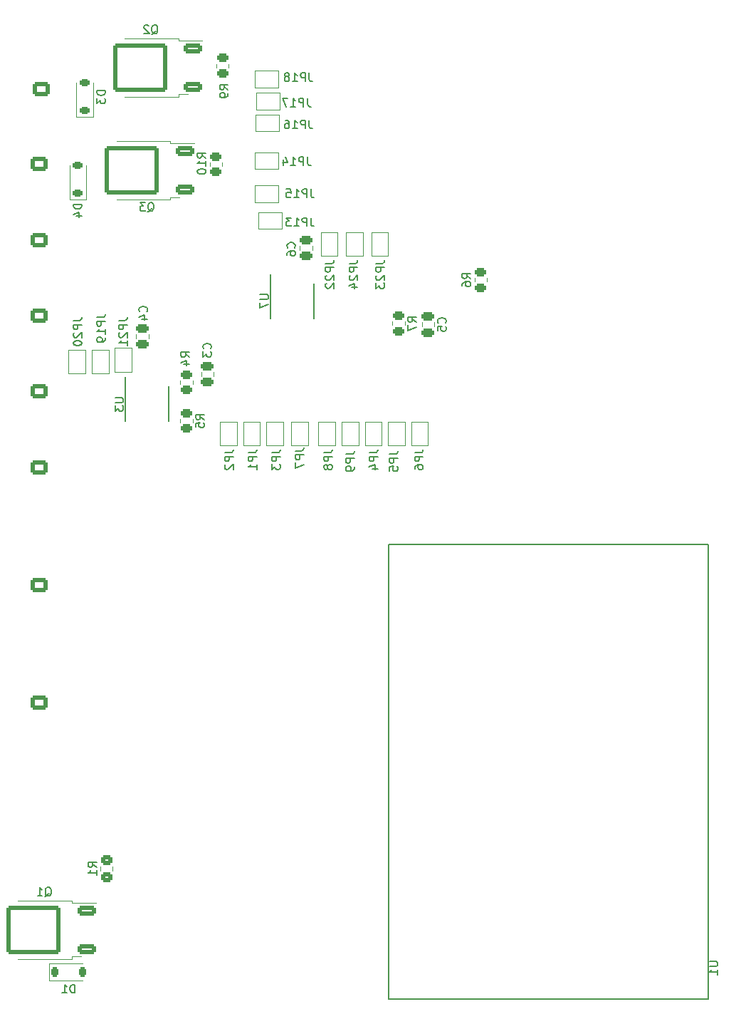
<source format=gbr>
%TF.GenerationSoftware,KiCad,Pcbnew,7.0.2*%
%TF.CreationDate,2024-02-29T19:16:00+01:00*%
%TF.ProjectId,carte actionneur,63617274-6520-4616-9374-696f6e6e6575,rev?*%
%TF.SameCoordinates,Original*%
%TF.FileFunction,Legend,Bot*%
%TF.FilePolarity,Positive*%
%FSLAX46Y46*%
G04 Gerber Fmt 4.6, Leading zero omitted, Abs format (unit mm)*
G04 Created by KiCad (PCBNEW 7.0.2) date 2024-02-29 19:16:00*
%MOMM*%
%LPD*%
G01*
G04 APERTURE LIST*
G04 Aperture macros list*
%AMRoundRect*
0 Rectangle with rounded corners*
0 $1 Rounding radius*
0 $2 $3 $4 $5 $6 $7 $8 $9 X,Y pos of 4 corners*
0 Add a 4 corners polygon primitive as box body*
4,1,4,$2,$3,$4,$5,$6,$7,$8,$9,$2,$3,0*
0 Add four circle primitives for the rounded corners*
1,1,$1+$1,$2,$3*
1,1,$1+$1,$4,$5*
1,1,$1+$1,$6,$7*
1,1,$1+$1,$8,$9*
0 Add four rect primitives between the rounded corners*
20,1,$1+$1,$2,$3,$4,$5,0*
20,1,$1+$1,$4,$5,$6,$7,0*
20,1,$1+$1,$6,$7,$8,$9,0*
20,1,$1+$1,$8,$9,$2,$3,0*%
%AMFreePoly0*
4,1,6,1.000000,0.000000,0.500000,-0.750000,-0.500000,-0.750000,-0.500000,0.750000,0.500000,0.750000,1.000000,0.000000,1.000000,0.000000,$1*%
%AMFreePoly1*
4,1,6,0.500000,-0.750000,-0.650000,-0.750000,-0.150000,0.000000,-0.650000,0.750000,0.500000,0.750000,0.500000,-0.750000,0.500000,-0.750000,$1*%
G04 Aperture macros list end*
%ADD10C,0.150000*%
%ADD11C,0.120000*%
%ADD12C,0.127000*%
%ADD13C,2.550000*%
%ADD14R,2.550000X2.550000*%
%ADD15R,1.700000X1.700000*%
%ADD16O,1.700000X1.700000*%
%ADD17RoundRect,0.250000X-0.750000X0.600000X-0.750000X-0.600000X0.750000X-0.600000X0.750000X0.600000X0*%
%ADD18O,2.000000X1.700000*%
%ADD19C,0.800000*%
%ADD20C,6.400000*%
%ADD21C,1.600000*%
%ADD22R,1.600000X1.600000*%
%ADD23RoundRect,0.250000X-0.725000X0.600000X-0.725000X-0.600000X0.725000X-0.600000X0.725000X0.600000X0*%
%ADD24O,1.950000X1.700000*%
%ADD25O,1.600000X1.600000*%
%ADD26C,2.540000*%
%ADD27R,2.540000X2.540000*%
%ADD28RoundRect,0.225000X0.375000X-0.225000X0.375000X0.225000X-0.375000X0.225000X-0.375000X-0.225000X0*%
%ADD29R,0.802000X1.505000*%
%ADD30R,3.502000X2.613000*%
%ADD31RoundRect,0.250000X-0.475000X0.250000X-0.475000X-0.250000X0.475000X-0.250000X0.475000X0.250000X0*%
%ADD32RoundRect,0.250000X0.475000X-0.250000X0.475000X0.250000X-0.475000X0.250000X-0.475000X-0.250000X0*%
%ADD33FreePoly0,90.000000*%
%ADD34FreePoly1,90.000000*%
%ADD35RoundRect,0.250000X0.850000X0.350000X-0.850000X0.350000X-0.850000X-0.350000X0.850000X-0.350000X0*%
%ADD36RoundRect,0.249997X2.950003X2.650003X-2.950003X2.650003X-2.950003X-2.650003X2.950003X-2.650003X0*%
%ADD37FreePoly0,270.000000*%
%ADD38FreePoly1,270.000000*%
%ADD39RoundRect,0.250000X-0.450000X0.350000X-0.450000X-0.350000X0.450000X-0.350000X0.450000X0.350000X0*%
%ADD40RoundRect,0.250000X0.450000X-0.262500X0.450000X0.262500X-0.450000X0.262500X-0.450000X-0.262500X0*%
%ADD41FreePoly0,0.000000*%
%ADD42FreePoly1,0.000000*%
%ADD43RoundRect,0.250000X-0.450000X0.262500X-0.450000X-0.262500X0.450000X-0.262500X0.450000X0.262500X0*%
%ADD44RoundRect,0.225000X-0.225000X-0.375000X0.225000X-0.375000X0.225000X0.375000X-0.225000X0.375000X0*%
%ADD45C,1.880400*%
G04 APERTURE END LIST*
D10*
%TO.C,D4*%
X112062619Y-69261905D02*
X111062619Y-69261905D01*
X111062619Y-69261905D02*
X111062619Y-69500000D01*
X111062619Y-69500000D02*
X111110238Y-69642857D01*
X111110238Y-69642857D02*
X111205476Y-69738095D01*
X111205476Y-69738095D02*
X111300714Y-69785714D01*
X111300714Y-69785714D02*
X111491190Y-69833333D01*
X111491190Y-69833333D02*
X111634047Y-69833333D01*
X111634047Y-69833333D02*
X111824523Y-69785714D01*
X111824523Y-69785714D02*
X111919761Y-69738095D01*
X111919761Y-69738095D02*
X112015000Y-69642857D01*
X112015000Y-69642857D02*
X112062619Y-69500000D01*
X112062619Y-69500000D02*
X112062619Y-69261905D01*
X111395952Y-70690476D02*
X112062619Y-70690476D01*
X111015000Y-70452381D02*
X111729285Y-70214286D01*
X111729285Y-70214286D02*
X111729285Y-70833333D01*
%TO.C,U7*%
X133257619Y-79985595D02*
X134067142Y-79985595D01*
X134067142Y-79985595D02*
X134162380Y-80033214D01*
X134162380Y-80033214D02*
X134210000Y-80080833D01*
X134210000Y-80080833D02*
X134257619Y-80176071D01*
X134257619Y-80176071D02*
X134257619Y-80366547D01*
X134257619Y-80366547D02*
X134210000Y-80461785D01*
X134210000Y-80461785D02*
X134162380Y-80509404D01*
X134162380Y-80509404D02*
X134067142Y-80557023D01*
X134067142Y-80557023D02*
X133257619Y-80557023D01*
X133257619Y-80937976D02*
X133257619Y-81604642D01*
X133257619Y-81604642D02*
X134257619Y-81176071D01*
%TO.C,C3*%
X127367380Y-86433333D02*
X127415000Y-86385714D01*
X127415000Y-86385714D02*
X127462619Y-86242857D01*
X127462619Y-86242857D02*
X127462619Y-86147619D01*
X127462619Y-86147619D02*
X127415000Y-86004762D01*
X127415000Y-86004762D02*
X127319761Y-85909524D01*
X127319761Y-85909524D02*
X127224523Y-85861905D01*
X127224523Y-85861905D02*
X127034047Y-85814286D01*
X127034047Y-85814286D02*
X126891190Y-85814286D01*
X126891190Y-85814286D02*
X126700714Y-85861905D01*
X126700714Y-85861905D02*
X126605476Y-85909524D01*
X126605476Y-85909524D02*
X126510238Y-86004762D01*
X126510238Y-86004762D02*
X126462619Y-86147619D01*
X126462619Y-86147619D02*
X126462619Y-86242857D01*
X126462619Y-86242857D02*
X126510238Y-86385714D01*
X126510238Y-86385714D02*
X126557857Y-86433333D01*
X126462619Y-86766667D02*
X126462619Y-87385714D01*
X126462619Y-87385714D02*
X126843571Y-87052381D01*
X126843571Y-87052381D02*
X126843571Y-87195238D01*
X126843571Y-87195238D02*
X126891190Y-87290476D01*
X126891190Y-87290476D02*
X126938809Y-87338095D01*
X126938809Y-87338095D02*
X127034047Y-87385714D01*
X127034047Y-87385714D02*
X127272142Y-87385714D01*
X127272142Y-87385714D02*
X127367380Y-87338095D01*
X127367380Y-87338095D02*
X127415000Y-87290476D01*
X127415000Y-87290476D02*
X127462619Y-87195238D01*
X127462619Y-87195238D02*
X127462619Y-86909524D01*
X127462619Y-86909524D02*
X127415000Y-86814286D01*
X127415000Y-86814286D02*
X127367380Y-86766667D01*
%TO.C,C5*%
X155297380Y-83383333D02*
X155345000Y-83335714D01*
X155345000Y-83335714D02*
X155392619Y-83192857D01*
X155392619Y-83192857D02*
X155392619Y-83097619D01*
X155392619Y-83097619D02*
X155345000Y-82954762D01*
X155345000Y-82954762D02*
X155249761Y-82859524D01*
X155249761Y-82859524D02*
X155154523Y-82811905D01*
X155154523Y-82811905D02*
X154964047Y-82764286D01*
X154964047Y-82764286D02*
X154821190Y-82764286D01*
X154821190Y-82764286D02*
X154630714Y-82811905D01*
X154630714Y-82811905D02*
X154535476Y-82859524D01*
X154535476Y-82859524D02*
X154440238Y-82954762D01*
X154440238Y-82954762D02*
X154392619Y-83097619D01*
X154392619Y-83097619D02*
X154392619Y-83192857D01*
X154392619Y-83192857D02*
X154440238Y-83335714D01*
X154440238Y-83335714D02*
X154487857Y-83383333D01*
X154392619Y-84288095D02*
X154392619Y-83811905D01*
X154392619Y-83811905D02*
X154868809Y-83764286D01*
X154868809Y-83764286D02*
X154821190Y-83811905D01*
X154821190Y-83811905D02*
X154773571Y-83907143D01*
X154773571Y-83907143D02*
X154773571Y-84145238D01*
X154773571Y-84145238D02*
X154821190Y-84240476D01*
X154821190Y-84240476D02*
X154868809Y-84288095D01*
X154868809Y-84288095D02*
X154964047Y-84335714D01*
X154964047Y-84335714D02*
X155202142Y-84335714D01*
X155202142Y-84335714D02*
X155297380Y-84288095D01*
X155297380Y-84288095D02*
X155345000Y-84240476D01*
X155345000Y-84240476D02*
X155392619Y-84145238D01*
X155392619Y-84145238D02*
X155392619Y-83907143D01*
X155392619Y-83907143D02*
X155345000Y-83811905D01*
X155345000Y-83811905D02*
X155297380Y-83764286D01*
%TO.C,JP24*%
X143862619Y-76290476D02*
X144576904Y-76290476D01*
X144576904Y-76290476D02*
X144719761Y-76242857D01*
X144719761Y-76242857D02*
X144815000Y-76147619D01*
X144815000Y-76147619D02*
X144862619Y-76004762D01*
X144862619Y-76004762D02*
X144862619Y-75909524D01*
X144862619Y-76766667D02*
X143862619Y-76766667D01*
X143862619Y-76766667D02*
X143862619Y-77147619D01*
X143862619Y-77147619D02*
X143910238Y-77242857D01*
X143910238Y-77242857D02*
X143957857Y-77290476D01*
X143957857Y-77290476D02*
X144053095Y-77338095D01*
X144053095Y-77338095D02*
X144195952Y-77338095D01*
X144195952Y-77338095D02*
X144291190Y-77290476D01*
X144291190Y-77290476D02*
X144338809Y-77242857D01*
X144338809Y-77242857D02*
X144386428Y-77147619D01*
X144386428Y-77147619D02*
X144386428Y-76766667D01*
X143957857Y-77719048D02*
X143910238Y-77766667D01*
X143910238Y-77766667D02*
X143862619Y-77861905D01*
X143862619Y-77861905D02*
X143862619Y-78100000D01*
X143862619Y-78100000D02*
X143910238Y-78195238D01*
X143910238Y-78195238D02*
X143957857Y-78242857D01*
X143957857Y-78242857D02*
X144053095Y-78290476D01*
X144053095Y-78290476D02*
X144148333Y-78290476D01*
X144148333Y-78290476D02*
X144291190Y-78242857D01*
X144291190Y-78242857D02*
X144862619Y-77671429D01*
X144862619Y-77671429D02*
X144862619Y-78290476D01*
X144195952Y-79147619D02*
X144862619Y-79147619D01*
X143815000Y-78909524D02*
X144529285Y-78671429D01*
X144529285Y-78671429D02*
X144529285Y-79290476D01*
%TO.C,JP22*%
X141062619Y-76290476D02*
X141776904Y-76290476D01*
X141776904Y-76290476D02*
X141919761Y-76242857D01*
X141919761Y-76242857D02*
X142015000Y-76147619D01*
X142015000Y-76147619D02*
X142062619Y-76004762D01*
X142062619Y-76004762D02*
X142062619Y-75909524D01*
X142062619Y-76766667D02*
X141062619Y-76766667D01*
X141062619Y-76766667D02*
X141062619Y-77147619D01*
X141062619Y-77147619D02*
X141110238Y-77242857D01*
X141110238Y-77242857D02*
X141157857Y-77290476D01*
X141157857Y-77290476D02*
X141253095Y-77338095D01*
X141253095Y-77338095D02*
X141395952Y-77338095D01*
X141395952Y-77338095D02*
X141491190Y-77290476D01*
X141491190Y-77290476D02*
X141538809Y-77242857D01*
X141538809Y-77242857D02*
X141586428Y-77147619D01*
X141586428Y-77147619D02*
X141586428Y-76766667D01*
X141157857Y-77719048D02*
X141110238Y-77766667D01*
X141110238Y-77766667D02*
X141062619Y-77861905D01*
X141062619Y-77861905D02*
X141062619Y-78100000D01*
X141062619Y-78100000D02*
X141110238Y-78195238D01*
X141110238Y-78195238D02*
X141157857Y-78242857D01*
X141157857Y-78242857D02*
X141253095Y-78290476D01*
X141253095Y-78290476D02*
X141348333Y-78290476D01*
X141348333Y-78290476D02*
X141491190Y-78242857D01*
X141491190Y-78242857D02*
X142062619Y-77671429D01*
X142062619Y-77671429D02*
X142062619Y-78290476D01*
X141157857Y-78671429D02*
X141110238Y-78719048D01*
X141110238Y-78719048D02*
X141062619Y-78814286D01*
X141062619Y-78814286D02*
X141062619Y-79052381D01*
X141062619Y-79052381D02*
X141110238Y-79147619D01*
X141110238Y-79147619D02*
X141157857Y-79195238D01*
X141157857Y-79195238D02*
X141253095Y-79242857D01*
X141253095Y-79242857D02*
X141348333Y-79242857D01*
X141348333Y-79242857D02*
X141491190Y-79195238D01*
X141491190Y-79195238D02*
X142062619Y-78623810D01*
X142062619Y-78623810D02*
X142062619Y-79242857D01*
%TO.C,Q3*%
X119895238Y-70157857D02*
X119990476Y-70110238D01*
X119990476Y-70110238D02*
X120085714Y-70015000D01*
X120085714Y-70015000D02*
X120228571Y-69872142D01*
X120228571Y-69872142D02*
X120323809Y-69824523D01*
X120323809Y-69824523D02*
X120419047Y-69824523D01*
X120371428Y-70062619D02*
X120466666Y-70015000D01*
X120466666Y-70015000D02*
X120561904Y-69919761D01*
X120561904Y-69919761D02*
X120609523Y-69729285D01*
X120609523Y-69729285D02*
X120609523Y-69395952D01*
X120609523Y-69395952D02*
X120561904Y-69205476D01*
X120561904Y-69205476D02*
X120466666Y-69110238D01*
X120466666Y-69110238D02*
X120371428Y-69062619D01*
X120371428Y-69062619D02*
X120180952Y-69062619D01*
X120180952Y-69062619D02*
X120085714Y-69110238D01*
X120085714Y-69110238D02*
X119990476Y-69205476D01*
X119990476Y-69205476D02*
X119942857Y-69395952D01*
X119942857Y-69395952D02*
X119942857Y-69729285D01*
X119942857Y-69729285D02*
X119990476Y-69919761D01*
X119990476Y-69919761D02*
X120085714Y-70015000D01*
X120085714Y-70015000D02*
X120180952Y-70062619D01*
X120180952Y-70062619D02*
X120371428Y-70062619D01*
X119609523Y-69062619D02*
X118990476Y-69062619D01*
X118990476Y-69062619D02*
X119323809Y-69443571D01*
X119323809Y-69443571D02*
X119180952Y-69443571D01*
X119180952Y-69443571D02*
X119085714Y-69491190D01*
X119085714Y-69491190D02*
X119038095Y-69538809D01*
X119038095Y-69538809D02*
X118990476Y-69634047D01*
X118990476Y-69634047D02*
X118990476Y-69872142D01*
X118990476Y-69872142D02*
X119038095Y-69967380D01*
X119038095Y-69967380D02*
X119085714Y-70015000D01*
X119085714Y-70015000D02*
X119180952Y-70062619D01*
X119180952Y-70062619D02*
X119466666Y-70062619D01*
X119466666Y-70062619D02*
X119561904Y-70015000D01*
X119561904Y-70015000D02*
X119609523Y-69967380D01*
%TO.C,JP6*%
X151662619Y-98766666D02*
X152376904Y-98766666D01*
X152376904Y-98766666D02*
X152519761Y-98719047D01*
X152519761Y-98719047D02*
X152615000Y-98623809D01*
X152615000Y-98623809D02*
X152662619Y-98480952D01*
X152662619Y-98480952D02*
X152662619Y-98385714D01*
X152662619Y-99242857D02*
X151662619Y-99242857D01*
X151662619Y-99242857D02*
X151662619Y-99623809D01*
X151662619Y-99623809D02*
X151710238Y-99719047D01*
X151710238Y-99719047D02*
X151757857Y-99766666D01*
X151757857Y-99766666D02*
X151853095Y-99814285D01*
X151853095Y-99814285D02*
X151995952Y-99814285D01*
X151995952Y-99814285D02*
X152091190Y-99766666D01*
X152091190Y-99766666D02*
X152138809Y-99719047D01*
X152138809Y-99719047D02*
X152186428Y-99623809D01*
X152186428Y-99623809D02*
X152186428Y-99242857D01*
X151662619Y-100671428D02*
X151662619Y-100480952D01*
X151662619Y-100480952D02*
X151710238Y-100385714D01*
X151710238Y-100385714D02*
X151757857Y-100338095D01*
X151757857Y-100338095D02*
X151900714Y-100242857D01*
X151900714Y-100242857D02*
X152091190Y-100195238D01*
X152091190Y-100195238D02*
X152472142Y-100195238D01*
X152472142Y-100195238D02*
X152567380Y-100242857D01*
X152567380Y-100242857D02*
X152615000Y-100290476D01*
X152615000Y-100290476D02*
X152662619Y-100385714D01*
X152662619Y-100385714D02*
X152662619Y-100576190D01*
X152662619Y-100576190D02*
X152615000Y-100671428D01*
X152615000Y-100671428D02*
X152567380Y-100719047D01*
X152567380Y-100719047D02*
X152472142Y-100766666D01*
X152472142Y-100766666D02*
X152234047Y-100766666D01*
X152234047Y-100766666D02*
X152138809Y-100719047D01*
X152138809Y-100719047D02*
X152091190Y-100671428D01*
X152091190Y-100671428D02*
X152043571Y-100576190D01*
X152043571Y-100576190D02*
X152043571Y-100385714D01*
X152043571Y-100385714D02*
X152091190Y-100290476D01*
X152091190Y-100290476D02*
X152138809Y-100242857D01*
X152138809Y-100242857D02*
X152234047Y-100195238D01*
%TO.C,C6*%
X137367380Y-74433333D02*
X137415000Y-74385714D01*
X137415000Y-74385714D02*
X137462619Y-74242857D01*
X137462619Y-74242857D02*
X137462619Y-74147619D01*
X137462619Y-74147619D02*
X137415000Y-74004762D01*
X137415000Y-74004762D02*
X137319761Y-73909524D01*
X137319761Y-73909524D02*
X137224523Y-73861905D01*
X137224523Y-73861905D02*
X137034047Y-73814286D01*
X137034047Y-73814286D02*
X136891190Y-73814286D01*
X136891190Y-73814286D02*
X136700714Y-73861905D01*
X136700714Y-73861905D02*
X136605476Y-73909524D01*
X136605476Y-73909524D02*
X136510238Y-74004762D01*
X136510238Y-74004762D02*
X136462619Y-74147619D01*
X136462619Y-74147619D02*
X136462619Y-74242857D01*
X136462619Y-74242857D02*
X136510238Y-74385714D01*
X136510238Y-74385714D02*
X136557857Y-74433333D01*
X136462619Y-75290476D02*
X136462619Y-75100000D01*
X136462619Y-75100000D02*
X136510238Y-75004762D01*
X136510238Y-75004762D02*
X136557857Y-74957143D01*
X136557857Y-74957143D02*
X136700714Y-74861905D01*
X136700714Y-74861905D02*
X136891190Y-74814286D01*
X136891190Y-74814286D02*
X137272142Y-74814286D01*
X137272142Y-74814286D02*
X137367380Y-74861905D01*
X137367380Y-74861905D02*
X137415000Y-74909524D01*
X137415000Y-74909524D02*
X137462619Y-75004762D01*
X137462619Y-75004762D02*
X137462619Y-75195238D01*
X137462619Y-75195238D02*
X137415000Y-75290476D01*
X137415000Y-75290476D02*
X137367380Y-75338095D01*
X137367380Y-75338095D02*
X137272142Y-75385714D01*
X137272142Y-75385714D02*
X137034047Y-75385714D01*
X137034047Y-75385714D02*
X136938809Y-75338095D01*
X136938809Y-75338095D02*
X136891190Y-75290476D01*
X136891190Y-75290476D02*
X136843571Y-75195238D01*
X136843571Y-75195238D02*
X136843571Y-75004762D01*
X136843571Y-75004762D02*
X136891190Y-74909524D01*
X136891190Y-74909524D02*
X136938809Y-74861905D01*
X136938809Y-74861905D02*
X137034047Y-74814286D01*
%TO.C,R1*%
X113812619Y-148033333D02*
X113336428Y-147700000D01*
X113812619Y-147461905D02*
X112812619Y-147461905D01*
X112812619Y-147461905D02*
X112812619Y-147842857D01*
X112812619Y-147842857D02*
X112860238Y-147938095D01*
X112860238Y-147938095D02*
X112907857Y-147985714D01*
X112907857Y-147985714D02*
X113003095Y-148033333D01*
X113003095Y-148033333D02*
X113145952Y-148033333D01*
X113145952Y-148033333D02*
X113241190Y-147985714D01*
X113241190Y-147985714D02*
X113288809Y-147938095D01*
X113288809Y-147938095D02*
X113336428Y-147842857D01*
X113336428Y-147842857D02*
X113336428Y-147461905D01*
X113812619Y-148985714D02*
X113812619Y-148414286D01*
X113812619Y-148700000D02*
X112812619Y-148700000D01*
X112812619Y-148700000D02*
X112955476Y-148604762D01*
X112955476Y-148604762D02*
X113050714Y-148509524D01*
X113050714Y-148509524D02*
X113098333Y-148414286D01*
%TO.C,C4*%
X119767380Y-82033333D02*
X119815000Y-81985714D01*
X119815000Y-81985714D02*
X119862619Y-81842857D01*
X119862619Y-81842857D02*
X119862619Y-81747619D01*
X119862619Y-81747619D02*
X119815000Y-81604762D01*
X119815000Y-81604762D02*
X119719761Y-81509524D01*
X119719761Y-81509524D02*
X119624523Y-81461905D01*
X119624523Y-81461905D02*
X119434047Y-81414286D01*
X119434047Y-81414286D02*
X119291190Y-81414286D01*
X119291190Y-81414286D02*
X119100714Y-81461905D01*
X119100714Y-81461905D02*
X119005476Y-81509524D01*
X119005476Y-81509524D02*
X118910238Y-81604762D01*
X118910238Y-81604762D02*
X118862619Y-81747619D01*
X118862619Y-81747619D02*
X118862619Y-81842857D01*
X118862619Y-81842857D02*
X118910238Y-81985714D01*
X118910238Y-81985714D02*
X118957857Y-82033333D01*
X119195952Y-82890476D02*
X119862619Y-82890476D01*
X118815000Y-82652381D02*
X119529285Y-82414286D01*
X119529285Y-82414286D02*
X119529285Y-83033333D01*
%TO.C,R5*%
X126612619Y-94833333D02*
X126136428Y-94500000D01*
X126612619Y-94261905D02*
X125612619Y-94261905D01*
X125612619Y-94261905D02*
X125612619Y-94642857D01*
X125612619Y-94642857D02*
X125660238Y-94738095D01*
X125660238Y-94738095D02*
X125707857Y-94785714D01*
X125707857Y-94785714D02*
X125803095Y-94833333D01*
X125803095Y-94833333D02*
X125945952Y-94833333D01*
X125945952Y-94833333D02*
X126041190Y-94785714D01*
X126041190Y-94785714D02*
X126088809Y-94738095D01*
X126088809Y-94738095D02*
X126136428Y-94642857D01*
X126136428Y-94642857D02*
X126136428Y-94261905D01*
X125612619Y-95738095D02*
X125612619Y-95261905D01*
X125612619Y-95261905D02*
X126088809Y-95214286D01*
X126088809Y-95214286D02*
X126041190Y-95261905D01*
X126041190Y-95261905D02*
X125993571Y-95357143D01*
X125993571Y-95357143D02*
X125993571Y-95595238D01*
X125993571Y-95595238D02*
X126041190Y-95690476D01*
X126041190Y-95690476D02*
X126088809Y-95738095D01*
X126088809Y-95738095D02*
X126184047Y-95785714D01*
X126184047Y-95785714D02*
X126422142Y-95785714D01*
X126422142Y-95785714D02*
X126517380Y-95738095D01*
X126517380Y-95738095D02*
X126565000Y-95690476D01*
X126565000Y-95690476D02*
X126612619Y-95595238D01*
X126612619Y-95595238D02*
X126612619Y-95357143D01*
X126612619Y-95357143D02*
X126565000Y-95261905D01*
X126565000Y-95261905D02*
X126517380Y-95214286D01*
%TO.C,JP15*%
X139309523Y-67462619D02*
X139309523Y-68176904D01*
X139309523Y-68176904D02*
X139357142Y-68319761D01*
X139357142Y-68319761D02*
X139452380Y-68415000D01*
X139452380Y-68415000D02*
X139595237Y-68462619D01*
X139595237Y-68462619D02*
X139690475Y-68462619D01*
X138833332Y-68462619D02*
X138833332Y-67462619D01*
X138833332Y-67462619D02*
X138452380Y-67462619D01*
X138452380Y-67462619D02*
X138357142Y-67510238D01*
X138357142Y-67510238D02*
X138309523Y-67557857D01*
X138309523Y-67557857D02*
X138261904Y-67653095D01*
X138261904Y-67653095D02*
X138261904Y-67795952D01*
X138261904Y-67795952D02*
X138309523Y-67891190D01*
X138309523Y-67891190D02*
X138357142Y-67938809D01*
X138357142Y-67938809D02*
X138452380Y-67986428D01*
X138452380Y-67986428D02*
X138833332Y-67986428D01*
X137309523Y-68462619D02*
X137880951Y-68462619D01*
X137595237Y-68462619D02*
X137595237Y-67462619D01*
X137595237Y-67462619D02*
X137690475Y-67605476D01*
X137690475Y-67605476D02*
X137785713Y-67700714D01*
X137785713Y-67700714D02*
X137880951Y-67748333D01*
X136404761Y-67462619D02*
X136880951Y-67462619D01*
X136880951Y-67462619D02*
X136928570Y-67938809D01*
X136928570Y-67938809D02*
X136880951Y-67891190D01*
X136880951Y-67891190D02*
X136785713Y-67843571D01*
X136785713Y-67843571D02*
X136547618Y-67843571D01*
X136547618Y-67843571D02*
X136452380Y-67891190D01*
X136452380Y-67891190D02*
X136404761Y-67938809D01*
X136404761Y-67938809D02*
X136357142Y-68034047D01*
X136357142Y-68034047D02*
X136357142Y-68272142D01*
X136357142Y-68272142D02*
X136404761Y-68367380D01*
X136404761Y-68367380D02*
X136452380Y-68415000D01*
X136452380Y-68415000D02*
X136547618Y-68462619D01*
X136547618Y-68462619D02*
X136785713Y-68462619D01*
X136785713Y-68462619D02*
X136880951Y-68415000D01*
X136880951Y-68415000D02*
X136928570Y-68367380D01*
%TO.C,R6*%
X158312619Y-78083333D02*
X157836428Y-77750000D01*
X158312619Y-77511905D02*
X157312619Y-77511905D01*
X157312619Y-77511905D02*
X157312619Y-77892857D01*
X157312619Y-77892857D02*
X157360238Y-77988095D01*
X157360238Y-77988095D02*
X157407857Y-78035714D01*
X157407857Y-78035714D02*
X157503095Y-78083333D01*
X157503095Y-78083333D02*
X157645952Y-78083333D01*
X157645952Y-78083333D02*
X157741190Y-78035714D01*
X157741190Y-78035714D02*
X157788809Y-77988095D01*
X157788809Y-77988095D02*
X157836428Y-77892857D01*
X157836428Y-77892857D02*
X157836428Y-77511905D01*
X157312619Y-78940476D02*
X157312619Y-78750000D01*
X157312619Y-78750000D02*
X157360238Y-78654762D01*
X157360238Y-78654762D02*
X157407857Y-78607143D01*
X157407857Y-78607143D02*
X157550714Y-78511905D01*
X157550714Y-78511905D02*
X157741190Y-78464286D01*
X157741190Y-78464286D02*
X158122142Y-78464286D01*
X158122142Y-78464286D02*
X158217380Y-78511905D01*
X158217380Y-78511905D02*
X158265000Y-78559524D01*
X158265000Y-78559524D02*
X158312619Y-78654762D01*
X158312619Y-78654762D02*
X158312619Y-78845238D01*
X158312619Y-78845238D02*
X158265000Y-78940476D01*
X158265000Y-78940476D02*
X158217380Y-78988095D01*
X158217380Y-78988095D02*
X158122142Y-79035714D01*
X158122142Y-79035714D02*
X157884047Y-79035714D01*
X157884047Y-79035714D02*
X157788809Y-78988095D01*
X157788809Y-78988095D02*
X157741190Y-78940476D01*
X157741190Y-78940476D02*
X157693571Y-78845238D01*
X157693571Y-78845238D02*
X157693571Y-78654762D01*
X157693571Y-78654762D02*
X157741190Y-78559524D01*
X157741190Y-78559524D02*
X157788809Y-78511905D01*
X157788809Y-78511905D02*
X157884047Y-78464286D01*
%TO.C,JP13*%
X139309523Y-70862619D02*
X139309523Y-71576904D01*
X139309523Y-71576904D02*
X139357142Y-71719761D01*
X139357142Y-71719761D02*
X139452380Y-71815000D01*
X139452380Y-71815000D02*
X139595237Y-71862619D01*
X139595237Y-71862619D02*
X139690475Y-71862619D01*
X138833332Y-71862619D02*
X138833332Y-70862619D01*
X138833332Y-70862619D02*
X138452380Y-70862619D01*
X138452380Y-70862619D02*
X138357142Y-70910238D01*
X138357142Y-70910238D02*
X138309523Y-70957857D01*
X138309523Y-70957857D02*
X138261904Y-71053095D01*
X138261904Y-71053095D02*
X138261904Y-71195952D01*
X138261904Y-71195952D02*
X138309523Y-71291190D01*
X138309523Y-71291190D02*
X138357142Y-71338809D01*
X138357142Y-71338809D02*
X138452380Y-71386428D01*
X138452380Y-71386428D02*
X138833332Y-71386428D01*
X137309523Y-71862619D02*
X137880951Y-71862619D01*
X137595237Y-71862619D02*
X137595237Y-70862619D01*
X137595237Y-70862619D02*
X137690475Y-71005476D01*
X137690475Y-71005476D02*
X137785713Y-71100714D01*
X137785713Y-71100714D02*
X137880951Y-71148333D01*
X136976189Y-70862619D02*
X136357142Y-70862619D01*
X136357142Y-70862619D02*
X136690475Y-71243571D01*
X136690475Y-71243571D02*
X136547618Y-71243571D01*
X136547618Y-71243571D02*
X136452380Y-71291190D01*
X136452380Y-71291190D02*
X136404761Y-71338809D01*
X136404761Y-71338809D02*
X136357142Y-71434047D01*
X136357142Y-71434047D02*
X136357142Y-71672142D01*
X136357142Y-71672142D02*
X136404761Y-71767380D01*
X136404761Y-71767380D02*
X136452380Y-71815000D01*
X136452380Y-71815000D02*
X136547618Y-71862619D01*
X136547618Y-71862619D02*
X136833332Y-71862619D01*
X136833332Y-71862619D02*
X136928570Y-71815000D01*
X136928570Y-71815000D02*
X136976189Y-71767380D01*
%TO.C,JP23*%
X147062619Y-76290476D02*
X147776904Y-76290476D01*
X147776904Y-76290476D02*
X147919761Y-76242857D01*
X147919761Y-76242857D02*
X148015000Y-76147619D01*
X148015000Y-76147619D02*
X148062619Y-76004762D01*
X148062619Y-76004762D02*
X148062619Y-75909524D01*
X148062619Y-76766667D02*
X147062619Y-76766667D01*
X147062619Y-76766667D02*
X147062619Y-77147619D01*
X147062619Y-77147619D02*
X147110238Y-77242857D01*
X147110238Y-77242857D02*
X147157857Y-77290476D01*
X147157857Y-77290476D02*
X147253095Y-77338095D01*
X147253095Y-77338095D02*
X147395952Y-77338095D01*
X147395952Y-77338095D02*
X147491190Y-77290476D01*
X147491190Y-77290476D02*
X147538809Y-77242857D01*
X147538809Y-77242857D02*
X147586428Y-77147619D01*
X147586428Y-77147619D02*
X147586428Y-76766667D01*
X147157857Y-77719048D02*
X147110238Y-77766667D01*
X147110238Y-77766667D02*
X147062619Y-77861905D01*
X147062619Y-77861905D02*
X147062619Y-78100000D01*
X147062619Y-78100000D02*
X147110238Y-78195238D01*
X147110238Y-78195238D02*
X147157857Y-78242857D01*
X147157857Y-78242857D02*
X147253095Y-78290476D01*
X147253095Y-78290476D02*
X147348333Y-78290476D01*
X147348333Y-78290476D02*
X147491190Y-78242857D01*
X147491190Y-78242857D02*
X148062619Y-77671429D01*
X148062619Y-77671429D02*
X148062619Y-78290476D01*
X147062619Y-78623810D02*
X147062619Y-79242857D01*
X147062619Y-79242857D02*
X147443571Y-78909524D01*
X147443571Y-78909524D02*
X147443571Y-79052381D01*
X147443571Y-79052381D02*
X147491190Y-79147619D01*
X147491190Y-79147619D02*
X147538809Y-79195238D01*
X147538809Y-79195238D02*
X147634047Y-79242857D01*
X147634047Y-79242857D02*
X147872142Y-79242857D01*
X147872142Y-79242857D02*
X147967380Y-79195238D01*
X147967380Y-79195238D02*
X148015000Y-79147619D01*
X148015000Y-79147619D02*
X148062619Y-79052381D01*
X148062619Y-79052381D02*
X148062619Y-78766667D01*
X148062619Y-78766667D02*
X148015000Y-78671429D01*
X148015000Y-78671429D02*
X147967380Y-78623810D01*
%TO.C,JP14*%
X138909523Y-63662619D02*
X138909523Y-64376904D01*
X138909523Y-64376904D02*
X138957142Y-64519761D01*
X138957142Y-64519761D02*
X139052380Y-64615000D01*
X139052380Y-64615000D02*
X139195237Y-64662619D01*
X139195237Y-64662619D02*
X139290475Y-64662619D01*
X138433332Y-64662619D02*
X138433332Y-63662619D01*
X138433332Y-63662619D02*
X138052380Y-63662619D01*
X138052380Y-63662619D02*
X137957142Y-63710238D01*
X137957142Y-63710238D02*
X137909523Y-63757857D01*
X137909523Y-63757857D02*
X137861904Y-63853095D01*
X137861904Y-63853095D02*
X137861904Y-63995952D01*
X137861904Y-63995952D02*
X137909523Y-64091190D01*
X137909523Y-64091190D02*
X137957142Y-64138809D01*
X137957142Y-64138809D02*
X138052380Y-64186428D01*
X138052380Y-64186428D02*
X138433332Y-64186428D01*
X136909523Y-64662619D02*
X137480951Y-64662619D01*
X137195237Y-64662619D02*
X137195237Y-63662619D01*
X137195237Y-63662619D02*
X137290475Y-63805476D01*
X137290475Y-63805476D02*
X137385713Y-63900714D01*
X137385713Y-63900714D02*
X137480951Y-63948333D01*
X136052380Y-63995952D02*
X136052380Y-64662619D01*
X136290475Y-63615000D02*
X136528570Y-64329285D01*
X136528570Y-64329285D02*
X135909523Y-64329285D01*
%TO.C,D1*%
X111238094Y-162962619D02*
X111238094Y-161962619D01*
X111238094Y-161962619D02*
X110999999Y-161962619D01*
X110999999Y-161962619D02*
X110857142Y-162010238D01*
X110857142Y-162010238D02*
X110761904Y-162105476D01*
X110761904Y-162105476D02*
X110714285Y-162200714D01*
X110714285Y-162200714D02*
X110666666Y-162391190D01*
X110666666Y-162391190D02*
X110666666Y-162534047D01*
X110666666Y-162534047D02*
X110714285Y-162724523D01*
X110714285Y-162724523D02*
X110761904Y-162819761D01*
X110761904Y-162819761D02*
X110857142Y-162915000D01*
X110857142Y-162915000D02*
X110999999Y-162962619D01*
X110999999Y-162962619D02*
X111238094Y-162962619D01*
X109714285Y-162962619D02*
X110285713Y-162962619D01*
X109999999Y-162962619D02*
X109999999Y-161962619D01*
X109999999Y-161962619D02*
X110095237Y-162105476D01*
X110095237Y-162105476D02*
X110190475Y-162200714D01*
X110190475Y-162200714D02*
X110285713Y-162248333D01*
%TO.C,JP19*%
X113862619Y-82690476D02*
X114576904Y-82690476D01*
X114576904Y-82690476D02*
X114719761Y-82642857D01*
X114719761Y-82642857D02*
X114815000Y-82547619D01*
X114815000Y-82547619D02*
X114862619Y-82404762D01*
X114862619Y-82404762D02*
X114862619Y-82309524D01*
X114862619Y-83166667D02*
X113862619Y-83166667D01*
X113862619Y-83166667D02*
X113862619Y-83547619D01*
X113862619Y-83547619D02*
X113910238Y-83642857D01*
X113910238Y-83642857D02*
X113957857Y-83690476D01*
X113957857Y-83690476D02*
X114053095Y-83738095D01*
X114053095Y-83738095D02*
X114195952Y-83738095D01*
X114195952Y-83738095D02*
X114291190Y-83690476D01*
X114291190Y-83690476D02*
X114338809Y-83642857D01*
X114338809Y-83642857D02*
X114386428Y-83547619D01*
X114386428Y-83547619D02*
X114386428Y-83166667D01*
X114862619Y-84690476D02*
X114862619Y-84119048D01*
X114862619Y-84404762D02*
X113862619Y-84404762D01*
X113862619Y-84404762D02*
X114005476Y-84309524D01*
X114005476Y-84309524D02*
X114100714Y-84214286D01*
X114100714Y-84214286D02*
X114148333Y-84119048D01*
X114862619Y-85166667D02*
X114862619Y-85357143D01*
X114862619Y-85357143D02*
X114815000Y-85452381D01*
X114815000Y-85452381D02*
X114767380Y-85500000D01*
X114767380Y-85500000D02*
X114624523Y-85595238D01*
X114624523Y-85595238D02*
X114434047Y-85642857D01*
X114434047Y-85642857D02*
X114053095Y-85642857D01*
X114053095Y-85642857D02*
X113957857Y-85595238D01*
X113957857Y-85595238D02*
X113910238Y-85547619D01*
X113910238Y-85547619D02*
X113862619Y-85452381D01*
X113862619Y-85452381D02*
X113862619Y-85261905D01*
X113862619Y-85261905D02*
X113910238Y-85166667D01*
X113910238Y-85166667D02*
X113957857Y-85119048D01*
X113957857Y-85119048D02*
X114053095Y-85071429D01*
X114053095Y-85071429D02*
X114291190Y-85071429D01*
X114291190Y-85071429D02*
X114386428Y-85119048D01*
X114386428Y-85119048D02*
X114434047Y-85166667D01*
X114434047Y-85166667D02*
X114481666Y-85261905D01*
X114481666Y-85261905D02*
X114481666Y-85452381D01*
X114481666Y-85452381D02*
X114434047Y-85547619D01*
X114434047Y-85547619D02*
X114386428Y-85595238D01*
X114386428Y-85595238D02*
X114291190Y-85642857D01*
%TO.C,Q1*%
X107680238Y-151532857D02*
X107775476Y-151485238D01*
X107775476Y-151485238D02*
X107870714Y-151390000D01*
X107870714Y-151390000D02*
X108013571Y-151247142D01*
X108013571Y-151247142D02*
X108108809Y-151199523D01*
X108108809Y-151199523D02*
X108204047Y-151199523D01*
X108156428Y-151437619D02*
X108251666Y-151390000D01*
X108251666Y-151390000D02*
X108346904Y-151294761D01*
X108346904Y-151294761D02*
X108394523Y-151104285D01*
X108394523Y-151104285D02*
X108394523Y-150770952D01*
X108394523Y-150770952D02*
X108346904Y-150580476D01*
X108346904Y-150580476D02*
X108251666Y-150485238D01*
X108251666Y-150485238D02*
X108156428Y-150437619D01*
X108156428Y-150437619D02*
X107965952Y-150437619D01*
X107965952Y-150437619D02*
X107870714Y-150485238D01*
X107870714Y-150485238D02*
X107775476Y-150580476D01*
X107775476Y-150580476D02*
X107727857Y-150770952D01*
X107727857Y-150770952D02*
X107727857Y-151104285D01*
X107727857Y-151104285D02*
X107775476Y-151294761D01*
X107775476Y-151294761D02*
X107870714Y-151390000D01*
X107870714Y-151390000D02*
X107965952Y-151437619D01*
X107965952Y-151437619D02*
X108156428Y-151437619D01*
X106775476Y-151437619D02*
X107346904Y-151437619D01*
X107061190Y-151437619D02*
X107061190Y-150437619D01*
X107061190Y-150437619D02*
X107156428Y-150580476D01*
X107156428Y-150580476D02*
X107251666Y-150675714D01*
X107251666Y-150675714D02*
X107346904Y-150723333D01*
%TO.C,R10*%
X126812619Y-63757142D02*
X126336428Y-63423809D01*
X126812619Y-63185714D02*
X125812619Y-63185714D01*
X125812619Y-63185714D02*
X125812619Y-63566666D01*
X125812619Y-63566666D02*
X125860238Y-63661904D01*
X125860238Y-63661904D02*
X125907857Y-63709523D01*
X125907857Y-63709523D02*
X126003095Y-63757142D01*
X126003095Y-63757142D02*
X126145952Y-63757142D01*
X126145952Y-63757142D02*
X126241190Y-63709523D01*
X126241190Y-63709523D02*
X126288809Y-63661904D01*
X126288809Y-63661904D02*
X126336428Y-63566666D01*
X126336428Y-63566666D02*
X126336428Y-63185714D01*
X126812619Y-64709523D02*
X126812619Y-64138095D01*
X126812619Y-64423809D02*
X125812619Y-64423809D01*
X125812619Y-64423809D02*
X125955476Y-64328571D01*
X125955476Y-64328571D02*
X126050714Y-64233333D01*
X126050714Y-64233333D02*
X126098333Y-64138095D01*
X125812619Y-65328571D02*
X125812619Y-65423809D01*
X125812619Y-65423809D02*
X125860238Y-65519047D01*
X125860238Y-65519047D02*
X125907857Y-65566666D01*
X125907857Y-65566666D02*
X126003095Y-65614285D01*
X126003095Y-65614285D02*
X126193571Y-65661904D01*
X126193571Y-65661904D02*
X126431666Y-65661904D01*
X126431666Y-65661904D02*
X126622142Y-65614285D01*
X126622142Y-65614285D02*
X126717380Y-65566666D01*
X126717380Y-65566666D02*
X126765000Y-65519047D01*
X126765000Y-65519047D02*
X126812619Y-65423809D01*
X126812619Y-65423809D02*
X126812619Y-65328571D01*
X126812619Y-65328571D02*
X126765000Y-65233333D01*
X126765000Y-65233333D02*
X126717380Y-65185714D01*
X126717380Y-65185714D02*
X126622142Y-65138095D01*
X126622142Y-65138095D02*
X126431666Y-65090476D01*
X126431666Y-65090476D02*
X126193571Y-65090476D01*
X126193571Y-65090476D02*
X126003095Y-65138095D01*
X126003095Y-65138095D02*
X125907857Y-65185714D01*
X125907857Y-65185714D02*
X125860238Y-65233333D01*
X125860238Y-65233333D02*
X125812619Y-65328571D01*
%TO.C,Q2*%
X120355238Y-49077857D02*
X120450476Y-49030238D01*
X120450476Y-49030238D02*
X120545714Y-48935000D01*
X120545714Y-48935000D02*
X120688571Y-48792142D01*
X120688571Y-48792142D02*
X120783809Y-48744523D01*
X120783809Y-48744523D02*
X120879047Y-48744523D01*
X120831428Y-48982619D02*
X120926666Y-48935000D01*
X120926666Y-48935000D02*
X121021904Y-48839761D01*
X121021904Y-48839761D02*
X121069523Y-48649285D01*
X121069523Y-48649285D02*
X121069523Y-48315952D01*
X121069523Y-48315952D02*
X121021904Y-48125476D01*
X121021904Y-48125476D02*
X120926666Y-48030238D01*
X120926666Y-48030238D02*
X120831428Y-47982619D01*
X120831428Y-47982619D02*
X120640952Y-47982619D01*
X120640952Y-47982619D02*
X120545714Y-48030238D01*
X120545714Y-48030238D02*
X120450476Y-48125476D01*
X120450476Y-48125476D02*
X120402857Y-48315952D01*
X120402857Y-48315952D02*
X120402857Y-48649285D01*
X120402857Y-48649285D02*
X120450476Y-48839761D01*
X120450476Y-48839761D02*
X120545714Y-48935000D01*
X120545714Y-48935000D02*
X120640952Y-48982619D01*
X120640952Y-48982619D02*
X120831428Y-48982619D01*
X120021904Y-48077857D02*
X119974285Y-48030238D01*
X119974285Y-48030238D02*
X119879047Y-47982619D01*
X119879047Y-47982619D02*
X119640952Y-47982619D01*
X119640952Y-47982619D02*
X119545714Y-48030238D01*
X119545714Y-48030238D02*
X119498095Y-48077857D01*
X119498095Y-48077857D02*
X119450476Y-48173095D01*
X119450476Y-48173095D02*
X119450476Y-48268333D01*
X119450476Y-48268333D02*
X119498095Y-48411190D01*
X119498095Y-48411190D02*
X120069523Y-48982619D01*
X120069523Y-48982619D02*
X119450476Y-48982619D01*
%TO.C,R9*%
X129462619Y-55633333D02*
X128986428Y-55300000D01*
X129462619Y-55061905D02*
X128462619Y-55061905D01*
X128462619Y-55061905D02*
X128462619Y-55442857D01*
X128462619Y-55442857D02*
X128510238Y-55538095D01*
X128510238Y-55538095D02*
X128557857Y-55585714D01*
X128557857Y-55585714D02*
X128653095Y-55633333D01*
X128653095Y-55633333D02*
X128795952Y-55633333D01*
X128795952Y-55633333D02*
X128891190Y-55585714D01*
X128891190Y-55585714D02*
X128938809Y-55538095D01*
X128938809Y-55538095D02*
X128986428Y-55442857D01*
X128986428Y-55442857D02*
X128986428Y-55061905D01*
X129462619Y-56109524D02*
X129462619Y-56300000D01*
X129462619Y-56300000D02*
X129415000Y-56395238D01*
X129415000Y-56395238D02*
X129367380Y-56442857D01*
X129367380Y-56442857D02*
X129224523Y-56538095D01*
X129224523Y-56538095D02*
X129034047Y-56585714D01*
X129034047Y-56585714D02*
X128653095Y-56585714D01*
X128653095Y-56585714D02*
X128557857Y-56538095D01*
X128557857Y-56538095D02*
X128510238Y-56490476D01*
X128510238Y-56490476D02*
X128462619Y-56395238D01*
X128462619Y-56395238D02*
X128462619Y-56204762D01*
X128462619Y-56204762D02*
X128510238Y-56109524D01*
X128510238Y-56109524D02*
X128557857Y-56061905D01*
X128557857Y-56061905D02*
X128653095Y-56014286D01*
X128653095Y-56014286D02*
X128891190Y-56014286D01*
X128891190Y-56014286D02*
X128986428Y-56061905D01*
X128986428Y-56061905D02*
X129034047Y-56109524D01*
X129034047Y-56109524D02*
X129081666Y-56204762D01*
X129081666Y-56204762D02*
X129081666Y-56395238D01*
X129081666Y-56395238D02*
X129034047Y-56490476D01*
X129034047Y-56490476D02*
X128986428Y-56538095D01*
X128986428Y-56538095D02*
X128891190Y-56585714D01*
%TO.C,JP4*%
X146262619Y-98766666D02*
X146976904Y-98766666D01*
X146976904Y-98766666D02*
X147119761Y-98719047D01*
X147119761Y-98719047D02*
X147215000Y-98623809D01*
X147215000Y-98623809D02*
X147262619Y-98480952D01*
X147262619Y-98480952D02*
X147262619Y-98385714D01*
X147262619Y-99242857D02*
X146262619Y-99242857D01*
X146262619Y-99242857D02*
X146262619Y-99623809D01*
X146262619Y-99623809D02*
X146310238Y-99719047D01*
X146310238Y-99719047D02*
X146357857Y-99766666D01*
X146357857Y-99766666D02*
X146453095Y-99814285D01*
X146453095Y-99814285D02*
X146595952Y-99814285D01*
X146595952Y-99814285D02*
X146691190Y-99766666D01*
X146691190Y-99766666D02*
X146738809Y-99719047D01*
X146738809Y-99719047D02*
X146786428Y-99623809D01*
X146786428Y-99623809D02*
X146786428Y-99242857D01*
X146595952Y-100671428D02*
X147262619Y-100671428D01*
X146215000Y-100433333D02*
X146929285Y-100195238D01*
X146929285Y-100195238D02*
X146929285Y-100814285D01*
%TO.C,D3*%
X114862619Y-55761905D02*
X113862619Y-55761905D01*
X113862619Y-55761905D02*
X113862619Y-56000000D01*
X113862619Y-56000000D02*
X113910238Y-56142857D01*
X113910238Y-56142857D02*
X114005476Y-56238095D01*
X114005476Y-56238095D02*
X114100714Y-56285714D01*
X114100714Y-56285714D02*
X114291190Y-56333333D01*
X114291190Y-56333333D02*
X114434047Y-56333333D01*
X114434047Y-56333333D02*
X114624523Y-56285714D01*
X114624523Y-56285714D02*
X114719761Y-56238095D01*
X114719761Y-56238095D02*
X114815000Y-56142857D01*
X114815000Y-56142857D02*
X114862619Y-56000000D01*
X114862619Y-56000000D02*
X114862619Y-55761905D01*
X113862619Y-56666667D02*
X113862619Y-57285714D01*
X113862619Y-57285714D02*
X114243571Y-56952381D01*
X114243571Y-56952381D02*
X114243571Y-57095238D01*
X114243571Y-57095238D02*
X114291190Y-57190476D01*
X114291190Y-57190476D02*
X114338809Y-57238095D01*
X114338809Y-57238095D02*
X114434047Y-57285714D01*
X114434047Y-57285714D02*
X114672142Y-57285714D01*
X114672142Y-57285714D02*
X114767380Y-57238095D01*
X114767380Y-57238095D02*
X114815000Y-57190476D01*
X114815000Y-57190476D02*
X114862619Y-57095238D01*
X114862619Y-57095238D02*
X114862619Y-56809524D01*
X114862619Y-56809524D02*
X114815000Y-56714286D01*
X114815000Y-56714286D02*
X114767380Y-56666667D01*
%TO.C,JP3*%
X134662619Y-98766666D02*
X135376904Y-98766666D01*
X135376904Y-98766666D02*
X135519761Y-98719047D01*
X135519761Y-98719047D02*
X135615000Y-98623809D01*
X135615000Y-98623809D02*
X135662619Y-98480952D01*
X135662619Y-98480952D02*
X135662619Y-98385714D01*
X135662619Y-99242857D02*
X134662619Y-99242857D01*
X134662619Y-99242857D02*
X134662619Y-99623809D01*
X134662619Y-99623809D02*
X134710238Y-99719047D01*
X134710238Y-99719047D02*
X134757857Y-99766666D01*
X134757857Y-99766666D02*
X134853095Y-99814285D01*
X134853095Y-99814285D02*
X134995952Y-99814285D01*
X134995952Y-99814285D02*
X135091190Y-99766666D01*
X135091190Y-99766666D02*
X135138809Y-99719047D01*
X135138809Y-99719047D02*
X135186428Y-99623809D01*
X135186428Y-99623809D02*
X135186428Y-99242857D01*
X134662619Y-100147619D02*
X134662619Y-100766666D01*
X134662619Y-100766666D02*
X135043571Y-100433333D01*
X135043571Y-100433333D02*
X135043571Y-100576190D01*
X135043571Y-100576190D02*
X135091190Y-100671428D01*
X135091190Y-100671428D02*
X135138809Y-100719047D01*
X135138809Y-100719047D02*
X135234047Y-100766666D01*
X135234047Y-100766666D02*
X135472142Y-100766666D01*
X135472142Y-100766666D02*
X135567380Y-100719047D01*
X135567380Y-100719047D02*
X135615000Y-100671428D01*
X135615000Y-100671428D02*
X135662619Y-100576190D01*
X135662619Y-100576190D02*
X135662619Y-100290476D01*
X135662619Y-100290476D02*
X135615000Y-100195238D01*
X135615000Y-100195238D02*
X135567380Y-100147619D01*
%TO.C,U3*%
X116007619Y-92235595D02*
X116817142Y-92235595D01*
X116817142Y-92235595D02*
X116912380Y-92283214D01*
X116912380Y-92283214D02*
X116960000Y-92330833D01*
X116960000Y-92330833D02*
X117007619Y-92426071D01*
X117007619Y-92426071D02*
X117007619Y-92616547D01*
X117007619Y-92616547D02*
X116960000Y-92711785D01*
X116960000Y-92711785D02*
X116912380Y-92759404D01*
X116912380Y-92759404D02*
X116817142Y-92807023D01*
X116817142Y-92807023D02*
X116007619Y-92807023D01*
X116007619Y-93187976D02*
X116007619Y-93807023D01*
X116007619Y-93807023D02*
X116388571Y-93473690D01*
X116388571Y-93473690D02*
X116388571Y-93616547D01*
X116388571Y-93616547D02*
X116436190Y-93711785D01*
X116436190Y-93711785D02*
X116483809Y-93759404D01*
X116483809Y-93759404D02*
X116579047Y-93807023D01*
X116579047Y-93807023D02*
X116817142Y-93807023D01*
X116817142Y-93807023D02*
X116912380Y-93759404D01*
X116912380Y-93759404D02*
X116960000Y-93711785D01*
X116960000Y-93711785D02*
X117007619Y-93616547D01*
X117007619Y-93616547D02*
X117007619Y-93330833D01*
X117007619Y-93330833D02*
X116960000Y-93235595D01*
X116960000Y-93235595D02*
X116912380Y-93187976D01*
%TO.C,R7*%
X151862619Y-83245833D02*
X151386428Y-82912500D01*
X151862619Y-82674405D02*
X150862619Y-82674405D01*
X150862619Y-82674405D02*
X150862619Y-83055357D01*
X150862619Y-83055357D02*
X150910238Y-83150595D01*
X150910238Y-83150595D02*
X150957857Y-83198214D01*
X150957857Y-83198214D02*
X151053095Y-83245833D01*
X151053095Y-83245833D02*
X151195952Y-83245833D01*
X151195952Y-83245833D02*
X151291190Y-83198214D01*
X151291190Y-83198214D02*
X151338809Y-83150595D01*
X151338809Y-83150595D02*
X151386428Y-83055357D01*
X151386428Y-83055357D02*
X151386428Y-82674405D01*
X150862619Y-83579167D02*
X150862619Y-84245833D01*
X150862619Y-84245833D02*
X151862619Y-83817262D01*
%TO.C,U1*%
X186707619Y-159233095D02*
X187517142Y-159233095D01*
X187517142Y-159233095D02*
X187612380Y-159280714D01*
X187612380Y-159280714D02*
X187660000Y-159328333D01*
X187660000Y-159328333D02*
X187707619Y-159423571D01*
X187707619Y-159423571D02*
X187707619Y-159614047D01*
X187707619Y-159614047D02*
X187660000Y-159709285D01*
X187660000Y-159709285D02*
X187612380Y-159756904D01*
X187612380Y-159756904D02*
X187517142Y-159804523D01*
X187517142Y-159804523D02*
X186707619Y-159804523D01*
X187707619Y-160804523D02*
X187707619Y-160233095D01*
X187707619Y-160518809D02*
X186707619Y-160518809D01*
X186707619Y-160518809D02*
X186850476Y-160423571D01*
X186850476Y-160423571D02*
X186945714Y-160328333D01*
X186945714Y-160328333D02*
X186993333Y-160233095D01*
%TO.C,JP1*%
X131862619Y-98766666D02*
X132576904Y-98766666D01*
X132576904Y-98766666D02*
X132719761Y-98719047D01*
X132719761Y-98719047D02*
X132815000Y-98623809D01*
X132815000Y-98623809D02*
X132862619Y-98480952D01*
X132862619Y-98480952D02*
X132862619Y-98385714D01*
X132862619Y-99242857D02*
X131862619Y-99242857D01*
X131862619Y-99242857D02*
X131862619Y-99623809D01*
X131862619Y-99623809D02*
X131910238Y-99719047D01*
X131910238Y-99719047D02*
X131957857Y-99766666D01*
X131957857Y-99766666D02*
X132053095Y-99814285D01*
X132053095Y-99814285D02*
X132195952Y-99814285D01*
X132195952Y-99814285D02*
X132291190Y-99766666D01*
X132291190Y-99766666D02*
X132338809Y-99719047D01*
X132338809Y-99719047D02*
X132386428Y-99623809D01*
X132386428Y-99623809D02*
X132386428Y-99242857D01*
X132862619Y-100766666D02*
X132862619Y-100195238D01*
X132862619Y-100480952D02*
X131862619Y-100480952D01*
X131862619Y-100480952D02*
X132005476Y-100385714D01*
X132005476Y-100385714D02*
X132100714Y-100290476D01*
X132100714Y-100290476D02*
X132148333Y-100195238D01*
%TO.C,R4*%
X124862619Y-87433333D02*
X124386428Y-87100000D01*
X124862619Y-86861905D02*
X123862619Y-86861905D01*
X123862619Y-86861905D02*
X123862619Y-87242857D01*
X123862619Y-87242857D02*
X123910238Y-87338095D01*
X123910238Y-87338095D02*
X123957857Y-87385714D01*
X123957857Y-87385714D02*
X124053095Y-87433333D01*
X124053095Y-87433333D02*
X124195952Y-87433333D01*
X124195952Y-87433333D02*
X124291190Y-87385714D01*
X124291190Y-87385714D02*
X124338809Y-87338095D01*
X124338809Y-87338095D02*
X124386428Y-87242857D01*
X124386428Y-87242857D02*
X124386428Y-86861905D01*
X124195952Y-88290476D02*
X124862619Y-88290476D01*
X123815000Y-88052381D02*
X124529285Y-87814286D01*
X124529285Y-87814286D02*
X124529285Y-88433333D01*
%TO.C,JP16*%
X139109523Y-59262619D02*
X139109523Y-59976904D01*
X139109523Y-59976904D02*
X139157142Y-60119761D01*
X139157142Y-60119761D02*
X139252380Y-60215000D01*
X139252380Y-60215000D02*
X139395237Y-60262619D01*
X139395237Y-60262619D02*
X139490475Y-60262619D01*
X138633332Y-60262619D02*
X138633332Y-59262619D01*
X138633332Y-59262619D02*
X138252380Y-59262619D01*
X138252380Y-59262619D02*
X138157142Y-59310238D01*
X138157142Y-59310238D02*
X138109523Y-59357857D01*
X138109523Y-59357857D02*
X138061904Y-59453095D01*
X138061904Y-59453095D02*
X138061904Y-59595952D01*
X138061904Y-59595952D02*
X138109523Y-59691190D01*
X138109523Y-59691190D02*
X138157142Y-59738809D01*
X138157142Y-59738809D02*
X138252380Y-59786428D01*
X138252380Y-59786428D02*
X138633332Y-59786428D01*
X137109523Y-60262619D02*
X137680951Y-60262619D01*
X137395237Y-60262619D02*
X137395237Y-59262619D01*
X137395237Y-59262619D02*
X137490475Y-59405476D01*
X137490475Y-59405476D02*
X137585713Y-59500714D01*
X137585713Y-59500714D02*
X137680951Y-59548333D01*
X136252380Y-59262619D02*
X136442856Y-59262619D01*
X136442856Y-59262619D02*
X136538094Y-59310238D01*
X136538094Y-59310238D02*
X136585713Y-59357857D01*
X136585713Y-59357857D02*
X136680951Y-59500714D01*
X136680951Y-59500714D02*
X136728570Y-59691190D01*
X136728570Y-59691190D02*
X136728570Y-60072142D01*
X136728570Y-60072142D02*
X136680951Y-60167380D01*
X136680951Y-60167380D02*
X136633332Y-60215000D01*
X136633332Y-60215000D02*
X136538094Y-60262619D01*
X136538094Y-60262619D02*
X136347618Y-60262619D01*
X136347618Y-60262619D02*
X136252380Y-60215000D01*
X136252380Y-60215000D02*
X136204761Y-60167380D01*
X136204761Y-60167380D02*
X136157142Y-60072142D01*
X136157142Y-60072142D02*
X136157142Y-59834047D01*
X136157142Y-59834047D02*
X136204761Y-59738809D01*
X136204761Y-59738809D02*
X136252380Y-59691190D01*
X136252380Y-59691190D02*
X136347618Y-59643571D01*
X136347618Y-59643571D02*
X136538094Y-59643571D01*
X136538094Y-59643571D02*
X136633332Y-59691190D01*
X136633332Y-59691190D02*
X136680951Y-59738809D01*
X136680951Y-59738809D02*
X136728570Y-59834047D01*
%TO.C,JP8*%
X140862619Y-98766666D02*
X141576904Y-98766666D01*
X141576904Y-98766666D02*
X141719761Y-98719047D01*
X141719761Y-98719047D02*
X141815000Y-98623809D01*
X141815000Y-98623809D02*
X141862619Y-98480952D01*
X141862619Y-98480952D02*
X141862619Y-98385714D01*
X141862619Y-99242857D02*
X140862619Y-99242857D01*
X140862619Y-99242857D02*
X140862619Y-99623809D01*
X140862619Y-99623809D02*
X140910238Y-99719047D01*
X140910238Y-99719047D02*
X140957857Y-99766666D01*
X140957857Y-99766666D02*
X141053095Y-99814285D01*
X141053095Y-99814285D02*
X141195952Y-99814285D01*
X141195952Y-99814285D02*
X141291190Y-99766666D01*
X141291190Y-99766666D02*
X141338809Y-99719047D01*
X141338809Y-99719047D02*
X141386428Y-99623809D01*
X141386428Y-99623809D02*
X141386428Y-99242857D01*
X141291190Y-100385714D02*
X141243571Y-100290476D01*
X141243571Y-100290476D02*
X141195952Y-100242857D01*
X141195952Y-100242857D02*
X141100714Y-100195238D01*
X141100714Y-100195238D02*
X141053095Y-100195238D01*
X141053095Y-100195238D02*
X140957857Y-100242857D01*
X140957857Y-100242857D02*
X140910238Y-100290476D01*
X140910238Y-100290476D02*
X140862619Y-100385714D01*
X140862619Y-100385714D02*
X140862619Y-100576190D01*
X140862619Y-100576190D02*
X140910238Y-100671428D01*
X140910238Y-100671428D02*
X140957857Y-100719047D01*
X140957857Y-100719047D02*
X141053095Y-100766666D01*
X141053095Y-100766666D02*
X141100714Y-100766666D01*
X141100714Y-100766666D02*
X141195952Y-100719047D01*
X141195952Y-100719047D02*
X141243571Y-100671428D01*
X141243571Y-100671428D02*
X141291190Y-100576190D01*
X141291190Y-100576190D02*
X141291190Y-100385714D01*
X141291190Y-100385714D02*
X141338809Y-100290476D01*
X141338809Y-100290476D02*
X141386428Y-100242857D01*
X141386428Y-100242857D02*
X141481666Y-100195238D01*
X141481666Y-100195238D02*
X141672142Y-100195238D01*
X141672142Y-100195238D02*
X141767380Y-100242857D01*
X141767380Y-100242857D02*
X141815000Y-100290476D01*
X141815000Y-100290476D02*
X141862619Y-100385714D01*
X141862619Y-100385714D02*
X141862619Y-100576190D01*
X141862619Y-100576190D02*
X141815000Y-100671428D01*
X141815000Y-100671428D02*
X141767380Y-100719047D01*
X141767380Y-100719047D02*
X141672142Y-100766666D01*
X141672142Y-100766666D02*
X141481666Y-100766666D01*
X141481666Y-100766666D02*
X141386428Y-100719047D01*
X141386428Y-100719047D02*
X141338809Y-100671428D01*
X141338809Y-100671428D02*
X141291190Y-100576190D01*
%TO.C,JP9*%
X143462619Y-98966666D02*
X144176904Y-98966666D01*
X144176904Y-98966666D02*
X144319761Y-98919047D01*
X144319761Y-98919047D02*
X144415000Y-98823809D01*
X144415000Y-98823809D02*
X144462619Y-98680952D01*
X144462619Y-98680952D02*
X144462619Y-98585714D01*
X144462619Y-99442857D02*
X143462619Y-99442857D01*
X143462619Y-99442857D02*
X143462619Y-99823809D01*
X143462619Y-99823809D02*
X143510238Y-99919047D01*
X143510238Y-99919047D02*
X143557857Y-99966666D01*
X143557857Y-99966666D02*
X143653095Y-100014285D01*
X143653095Y-100014285D02*
X143795952Y-100014285D01*
X143795952Y-100014285D02*
X143891190Y-99966666D01*
X143891190Y-99966666D02*
X143938809Y-99919047D01*
X143938809Y-99919047D02*
X143986428Y-99823809D01*
X143986428Y-99823809D02*
X143986428Y-99442857D01*
X144462619Y-100490476D02*
X144462619Y-100680952D01*
X144462619Y-100680952D02*
X144415000Y-100776190D01*
X144415000Y-100776190D02*
X144367380Y-100823809D01*
X144367380Y-100823809D02*
X144224523Y-100919047D01*
X144224523Y-100919047D02*
X144034047Y-100966666D01*
X144034047Y-100966666D02*
X143653095Y-100966666D01*
X143653095Y-100966666D02*
X143557857Y-100919047D01*
X143557857Y-100919047D02*
X143510238Y-100871428D01*
X143510238Y-100871428D02*
X143462619Y-100776190D01*
X143462619Y-100776190D02*
X143462619Y-100585714D01*
X143462619Y-100585714D02*
X143510238Y-100490476D01*
X143510238Y-100490476D02*
X143557857Y-100442857D01*
X143557857Y-100442857D02*
X143653095Y-100395238D01*
X143653095Y-100395238D02*
X143891190Y-100395238D01*
X143891190Y-100395238D02*
X143986428Y-100442857D01*
X143986428Y-100442857D02*
X144034047Y-100490476D01*
X144034047Y-100490476D02*
X144081666Y-100585714D01*
X144081666Y-100585714D02*
X144081666Y-100776190D01*
X144081666Y-100776190D02*
X144034047Y-100871428D01*
X144034047Y-100871428D02*
X143986428Y-100919047D01*
X143986428Y-100919047D02*
X143891190Y-100966666D01*
%TO.C,JP5*%
X148662619Y-98966666D02*
X149376904Y-98966666D01*
X149376904Y-98966666D02*
X149519761Y-98919047D01*
X149519761Y-98919047D02*
X149615000Y-98823809D01*
X149615000Y-98823809D02*
X149662619Y-98680952D01*
X149662619Y-98680952D02*
X149662619Y-98585714D01*
X149662619Y-99442857D02*
X148662619Y-99442857D01*
X148662619Y-99442857D02*
X148662619Y-99823809D01*
X148662619Y-99823809D02*
X148710238Y-99919047D01*
X148710238Y-99919047D02*
X148757857Y-99966666D01*
X148757857Y-99966666D02*
X148853095Y-100014285D01*
X148853095Y-100014285D02*
X148995952Y-100014285D01*
X148995952Y-100014285D02*
X149091190Y-99966666D01*
X149091190Y-99966666D02*
X149138809Y-99919047D01*
X149138809Y-99919047D02*
X149186428Y-99823809D01*
X149186428Y-99823809D02*
X149186428Y-99442857D01*
X148662619Y-100919047D02*
X148662619Y-100442857D01*
X148662619Y-100442857D02*
X149138809Y-100395238D01*
X149138809Y-100395238D02*
X149091190Y-100442857D01*
X149091190Y-100442857D02*
X149043571Y-100538095D01*
X149043571Y-100538095D02*
X149043571Y-100776190D01*
X149043571Y-100776190D02*
X149091190Y-100871428D01*
X149091190Y-100871428D02*
X149138809Y-100919047D01*
X149138809Y-100919047D02*
X149234047Y-100966666D01*
X149234047Y-100966666D02*
X149472142Y-100966666D01*
X149472142Y-100966666D02*
X149567380Y-100919047D01*
X149567380Y-100919047D02*
X149615000Y-100871428D01*
X149615000Y-100871428D02*
X149662619Y-100776190D01*
X149662619Y-100776190D02*
X149662619Y-100538095D01*
X149662619Y-100538095D02*
X149615000Y-100442857D01*
X149615000Y-100442857D02*
X149567380Y-100395238D01*
%TO.C,JP2*%
X129062619Y-98766666D02*
X129776904Y-98766666D01*
X129776904Y-98766666D02*
X129919761Y-98719047D01*
X129919761Y-98719047D02*
X130015000Y-98623809D01*
X130015000Y-98623809D02*
X130062619Y-98480952D01*
X130062619Y-98480952D02*
X130062619Y-98385714D01*
X130062619Y-99242857D02*
X129062619Y-99242857D01*
X129062619Y-99242857D02*
X129062619Y-99623809D01*
X129062619Y-99623809D02*
X129110238Y-99719047D01*
X129110238Y-99719047D02*
X129157857Y-99766666D01*
X129157857Y-99766666D02*
X129253095Y-99814285D01*
X129253095Y-99814285D02*
X129395952Y-99814285D01*
X129395952Y-99814285D02*
X129491190Y-99766666D01*
X129491190Y-99766666D02*
X129538809Y-99719047D01*
X129538809Y-99719047D02*
X129586428Y-99623809D01*
X129586428Y-99623809D02*
X129586428Y-99242857D01*
X129157857Y-100195238D02*
X129110238Y-100242857D01*
X129110238Y-100242857D02*
X129062619Y-100338095D01*
X129062619Y-100338095D02*
X129062619Y-100576190D01*
X129062619Y-100576190D02*
X129110238Y-100671428D01*
X129110238Y-100671428D02*
X129157857Y-100719047D01*
X129157857Y-100719047D02*
X129253095Y-100766666D01*
X129253095Y-100766666D02*
X129348333Y-100766666D01*
X129348333Y-100766666D02*
X129491190Y-100719047D01*
X129491190Y-100719047D02*
X130062619Y-100147619D01*
X130062619Y-100147619D02*
X130062619Y-100766666D01*
%TO.C,JP7*%
X137462619Y-98566666D02*
X138176904Y-98566666D01*
X138176904Y-98566666D02*
X138319761Y-98519047D01*
X138319761Y-98519047D02*
X138415000Y-98423809D01*
X138415000Y-98423809D02*
X138462619Y-98280952D01*
X138462619Y-98280952D02*
X138462619Y-98185714D01*
X138462619Y-99042857D02*
X137462619Y-99042857D01*
X137462619Y-99042857D02*
X137462619Y-99423809D01*
X137462619Y-99423809D02*
X137510238Y-99519047D01*
X137510238Y-99519047D02*
X137557857Y-99566666D01*
X137557857Y-99566666D02*
X137653095Y-99614285D01*
X137653095Y-99614285D02*
X137795952Y-99614285D01*
X137795952Y-99614285D02*
X137891190Y-99566666D01*
X137891190Y-99566666D02*
X137938809Y-99519047D01*
X137938809Y-99519047D02*
X137986428Y-99423809D01*
X137986428Y-99423809D02*
X137986428Y-99042857D01*
X137462619Y-99947619D02*
X137462619Y-100614285D01*
X137462619Y-100614285D02*
X138462619Y-100185714D01*
%TO.C,JP17*%
X138909523Y-56662619D02*
X138909523Y-57376904D01*
X138909523Y-57376904D02*
X138957142Y-57519761D01*
X138957142Y-57519761D02*
X139052380Y-57615000D01*
X139052380Y-57615000D02*
X139195237Y-57662619D01*
X139195237Y-57662619D02*
X139290475Y-57662619D01*
X138433332Y-57662619D02*
X138433332Y-56662619D01*
X138433332Y-56662619D02*
X138052380Y-56662619D01*
X138052380Y-56662619D02*
X137957142Y-56710238D01*
X137957142Y-56710238D02*
X137909523Y-56757857D01*
X137909523Y-56757857D02*
X137861904Y-56853095D01*
X137861904Y-56853095D02*
X137861904Y-56995952D01*
X137861904Y-56995952D02*
X137909523Y-57091190D01*
X137909523Y-57091190D02*
X137957142Y-57138809D01*
X137957142Y-57138809D02*
X138052380Y-57186428D01*
X138052380Y-57186428D02*
X138433332Y-57186428D01*
X136909523Y-57662619D02*
X137480951Y-57662619D01*
X137195237Y-57662619D02*
X137195237Y-56662619D01*
X137195237Y-56662619D02*
X137290475Y-56805476D01*
X137290475Y-56805476D02*
X137385713Y-56900714D01*
X137385713Y-56900714D02*
X137480951Y-56948333D01*
X136576189Y-56662619D02*
X135909523Y-56662619D01*
X135909523Y-56662619D02*
X136338094Y-57662619D01*
%TO.C,JP20*%
X111062619Y-83090476D02*
X111776904Y-83090476D01*
X111776904Y-83090476D02*
X111919761Y-83042857D01*
X111919761Y-83042857D02*
X112015000Y-82947619D01*
X112015000Y-82947619D02*
X112062619Y-82804762D01*
X112062619Y-82804762D02*
X112062619Y-82709524D01*
X112062619Y-83566667D02*
X111062619Y-83566667D01*
X111062619Y-83566667D02*
X111062619Y-83947619D01*
X111062619Y-83947619D02*
X111110238Y-84042857D01*
X111110238Y-84042857D02*
X111157857Y-84090476D01*
X111157857Y-84090476D02*
X111253095Y-84138095D01*
X111253095Y-84138095D02*
X111395952Y-84138095D01*
X111395952Y-84138095D02*
X111491190Y-84090476D01*
X111491190Y-84090476D02*
X111538809Y-84042857D01*
X111538809Y-84042857D02*
X111586428Y-83947619D01*
X111586428Y-83947619D02*
X111586428Y-83566667D01*
X111157857Y-84519048D02*
X111110238Y-84566667D01*
X111110238Y-84566667D02*
X111062619Y-84661905D01*
X111062619Y-84661905D02*
X111062619Y-84900000D01*
X111062619Y-84900000D02*
X111110238Y-84995238D01*
X111110238Y-84995238D02*
X111157857Y-85042857D01*
X111157857Y-85042857D02*
X111253095Y-85090476D01*
X111253095Y-85090476D02*
X111348333Y-85090476D01*
X111348333Y-85090476D02*
X111491190Y-85042857D01*
X111491190Y-85042857D02*
X112062619Y-84471429D01*
X112062619Y-84471429D02*
X112062619Y-85090476D01*
X111062619Y-85709524D02*
X111062619Y-85804762D01*
X111062619Y-85804762D02*
X111110238Y-85900000D01*
X111110238Y-85900000D02*
X111157857Y-85947619D01*
X111157857Y-85947619D02*
X111253095Y-85995238D01*
X111253095Y-85995238D02*
X111443571Y-86042857D01*
X111443571Y-86042857D02*
X111681666Y-86042857D01*
X111681666Y-86042857D02*
X111872142Y-85995238D01*
X111872142Y-85995238D02*
X111967380Y-85947619D01*
X111967380Y-85947619D02*
X112015000Y-85900000D01*
X112015000Y-85900000D02*
X112062619Y-85804762D01*
X112062619Y-85804762D02*
X112062619Y-85709524D01*
X112062619Y-85709524D02*
X112015000Y-85614286D01*
X112015000Y-85614286D02*
X111967380Y-85566667D01*
X111967380Y-85566667D02*
X111872142Y-85519048D01*
X111872142Y-85519048D02*
X111681666Y-85471429D01*
X111681666Y-85471429D02*
X111443571Y-85471429D01*
X111443571Y-85471429D02*
X111253095Y-85519048D01*
X111253095Y-85519048D02*
X111157857Y-85566667D01*
X111157857Y-85566667D02*
X111110238Y-85614286D01*
X111110238Y-85614286D02*
X111062619Y-85709524D01*
%TO.C,JP21*%
X116462619Y-83090476D02*
X117176904Y-83090476D01*
X117176904Y-83090476D02*
X117319761Y-83042857D01*
X117319761Y-83042857D02*
X117415000Y-82947619D01*
X117415000Y-82947619D02*
X117462619Y-82804762D01*
X117462619Y-82804762D02*
X117462619Y-82709524D01*
X117462619Y-83566667D02*
X116462619Y-83566667D01*
X116462619Y-83566667D02*
X116462619Y-83947619D01*
X116462619Y-83947619D02*
X116510238Y-84042857D01*
X116510238Y-84042857D02*
X116557857Y-84090476D01*
X116557857Y-84090476D02*
X116653095Y-84138095D01*
X116653095Y-84138095D02*
X116795952Y-84138095D01*
X116795952Y-84138095D02*
X116891190Y-84090476D01*
X116891190Y-84090476D02*
X116938809Y-84042857D01*
X116938809Y-84042857D02*
X116986428Y-83947619D01*
X116986428Y-83947619D02*
X116986428Y-83566667D01*
X116557857Y-84519048D02*
X116510238Y-84566667D01*
X116510238Y-84566667D02*
X116462619Y-84661905D01*
X116462619Y-84661905D02*
X116462619Y-84900000D01*
X116462619Y-84900000D02*
X116510238Y-84995238D01*
X116510238Y-84995238D02*
X116557857Y-85042857D01*
X116557857Y-85042857D02*
X116653095Y-85090476D01*
X116653095Y-85090476D02*
X116748333Y-85090476D01*
X116748333Y-85090476D02*
X116891190Y-85042857D01*
X116891190Y-85042857D02*
X117462619Y-84471429D01*
X117462619Y-84471429D02*
X117462619Y-85090476D01*
X117462619Y-86042857D02*
X117462619Y-85471429D01*
X117462619Y-85757143D02*
X116462619Y-85757143D01*
X116462619Y-85757143D02*
X116605476Y-85661905D01*
X116605476Y-85661905D02*
X116700714Y-85566667D01*
X116700714Y-85566667D02*
X116748333Y-85471429D01*
%TO.C,JP18*%
X139109523Y-53662619D02*
X139109523Y-54376904D01*
X139109523Y-54376904D02*
X139157142Y-54519761D01*
X139157142Y-54519761D02*
X139252380Y-54615000D01*
X139252380Y-54615000D02*
X139395237Y-54662619D01*
X139395237Y-54662619D02*
X139490475Y-54662619D01*
X138633332Y-54662619D02*
X138633332Y-53662619D01*
X138633332Y-53662619D02*
X138252380Y-53662619D01*
X138252380Y-53662619D02*
X138157142Y-53710238D01*
X138157142Y-53710238D02*
X138109523Y-53757857D01*
X138109523Y-53757857D02*
X138061904Y-53853095D01*
X138061904Y-53853095D02*
X138061904Y-53995952D01*
X138061904Y-53995952D02*
X138109523Y-54091190D01*
X138109523Y-54091190D02*
X138157142Y-54138809D01*
X138157142Y-54138809D02*
X138252380Y-54186428D01*
X138252380Y-54186428D02*
X138633332Y-54186428D01*
X137109523Y-54662619D02*
X137680951Y-54662619D01*
X137395237Y-54662619D02*
X137395237Y-53662619D01*
X137395237Y-53662619D02*
X137490475Y-53805476D01*
X137490475Y-53805476D02*
X137585713Y-53900714D01*
X137585713Y-53900714D02*
X137680951Y-53948333D01*
X136538094Y-54091190D02*
X136633332Y-54043571D01*
X136633332Y-54043571D02*
X136680951Y-53995952D01*
X136680951Y-53995952D02*
X136728570Y-53900714D01*
X136728570Y-53900714D02*
X136728570Y-53853095D01*
X136728570Y-53853095D02*
X136680951Y-53757857D01*
X136680951Y-53757857D02*
X136633332Y-53710238D01*
X136633332Y-53710238D02*
X136538094Y-53662619D01*
X136538094Y-53662619D02*
X136347618Y-53662619D01*
X136347618Y-53662619D02*
X136252380Y-53710238D01*
X136252380Y-53710238D02*
X136204761Y-53757857D01*
X136204761Y-53757857D02*
X136157142Y-53853095D01*
X136157142Y-53853095D02*
X136157142Y-53900714D01*
X136157142Y-53900714D02*
X136204761Y-53995952D01*
X136204761Y-53995952D02*
X136252380Y-54043571D01*
X136252380Y-54043571D02*
X136347618Y-54091190D01*
X136347618Y-54091190D02*
X136538094Y-54091190D01*
X136538094Y-54091190D02*
X136633332Y-54138809D01*
X136633332Y-54138809D02*
X136680951Y-54186428D01*
X136680951Y-54186428D02*
X136728570Y-54281666D01*
X136728570Y-54281666D02*
X136728570Y-54472142D01*
X136728570Y-54472142D02*
X136680951Y-54567380D01*
X136680951Y-54567380D02*
X136633332Y-54615000D01*
X136633332Y-54615000D02*
X136538094Y-54662619D01*
X136538094Y-54662619D02*
X136347618Y-54662619D01*
X136347618Y-54662619D02*
X136252380Y-54615000D01*
X136252380Y-54615000D02*
X136204761Y-54567380D01*
X136204761Y-54567380D02*
X136157142Y-54472142D01*
X136157142Y-54472142D02*
X136157142Y-54281666D01*
X136157142Y-54281666D02*
X136204761Y-54186428D01*
X136204761Y-54186428D02*
X136252380Y-54138809D01*
X136252380Y-54138809D02*
X136347618Y-54091190D01*
D11*
%TO.C,D4*%
X110600000Y-68660000D02*
X110600000Y-64650000D01*
X112600000Y-68660000D02*
X110600000Y-68660000D01*
X112600000Y-68660000D02*
X112600000Y-64650000D01*
D10*
%TO.C,U7*%
X134520000Y-77572500D02*
X134520000Y-82822500D01*
X139670000Y-78672500D02*
X139670000Y-82822500D01*
D11*
%TO.C,C3*%
X127735000Y-89188748D02*
X127735000Y-89711252D01*
X126265000Y-89188748D02*
X126265000Y-89711252D01*
%TO.C,C5*%
X152515000Y-83811252D02*
X152515000Y-83288748D01*
X153985000Y-83811252D02*
X153985000Y-83288748D01*
%TO.C,JP24*%
X143500000Y-75425000D02*
X145500000Y-75425000D01*
X145500000Y-75425000D02*
X145500000Y-72625000D01*
X143500000Y-72625000D02*
X143500000Y-75425000D01*
X145500000Y-72625000D02*
X143500000Y-72625000D01*
%TO.C,JP22*%
X140500000Y-75425000D02*
X142500000Y-75425000D01*
X142500000Y-75425000D02*
X142500000Y-72625000D01*
X140500000Y-72625000D02*
X140500000Y-75425000D01*
X142500000Y-72625000D02*
X140500000Y-72625000D01*
%TO.C,Q3*%
X122595000Y-68675000D02*
X122595000Y-68405000D01*
X122595000Y-68405000D02*
X123695000Y-68405000D01*
X122595000Y-62045000D02*
X125425000Y-62045000D01*
X122595000Y-61775000D02*
X122595000Y-62045000D01*
X116175000Y-68675000D02*
X122595000Y-68675000D01*
X116175000Y-61775000D02*
X122595000Y-61775000D01*
%TO.C,JP6*%
X153250000Y-95075000D02*
X151250000Y-95075000D01*
X151250000Y-95075000D02*
X151250000Y-97875000D01*
X153250000Y-97875000D02*
X153250000Y-95075000D01*
X151250000Y-97875000D02*
X153250000Y-97875000D01*
%TO.C,C6*%
X138015000Y-74711252D02*
X138015000Y-74188748D01*
X139485000Y-74711252D02*
X139485000Y-74188748D01*
%TO.C,R1*%
X115735000Y-147972936D02*
X115735000Y-148427064D01*
X114265000Y-147972936D02*
X114265000Y-148427064D01*
%TO.C,C4*%
X118515000Y-85211252D02*
X118515000Y-84688748D01*
X119985000Y-85211252D02*
X119985000Y-84688748D01*
%TO.C,R5*%
X123765000Y-95227064D02*
X123765000Y-94772936D01*
X125235000Y-95227064D02*
X125235000Y-94772936D01*
%TO.C,JP15*%
X132675000Y-67000000D02*
X132675000Y-69000000D01*
X132675000Y-69000000D02*
X135475000Y-69000000D01*
X135475000Y-67000000D02*
X132675000Y-67000000D01*
X135475000Y-69000000D02*
X135475000Y-67000000D01*
%TO.C,R6*%
X160235000Y-78022936D02*
X160235000Y-78477064D01*
X158765000Y-78022936D02*
X158765000Y-78477064D01*
%TO.C,JP13*%
X133025000Y-70200000D02*
X133025000Y-72200000D01*
X133025000Y-72200000D02*
X135825000Y-72200000D01*
X135825000Y-70200000D02*
X133025000Y-70200000D01*
X135825000Y-72200000D02*
X135825000Y-70200000D01*
%TO.C,JP23*%
X146500000Y-75400000D02*
X148500000Y-75400000D01*
X148500000Y-75400000D02*
X148500000Y-72600000D01*
X146500000Y-72600000D02*
X146500000Y-75400000D01*
X148500000Y-72600000D02*
X146500000Y-72600000D01*
%TO.C,JP14*%
X132675000Y-63100000D02*
X132675000Y-65100000D01*
X132675000Y-65100000D02*
X135475000Y-65100000D01*
X135475000Y-63100000D02*
X132675000Y-63100000D01*
X135475000Y-65100000D02*
X135475000Y-63100000D01*
%TO.C,D1*%
X108140000Y-159500000D02*
X112150000Y-159500000D01*
X108140000Y-161500000D02*
X108140000Y-159500000D01*
X108140000Y-161500000D02*
X112150000Y-161500000D01*
%TO.C,JP19*%
X113250000Y-89375000D02*
X115250000Y-89375000D01*
X115250000Y-89375000D02*
X115250000Y-86575000D01*
X113250000Y-86575000D02*
X113250000Y-89375000D01*
X115250000Y-86575000D02*
X113250000Y-86575000D01*
%TO.C,Q1*%
X104475000Y-152025000D02*
X110895000Y-152025000D01*
X104475000Y-158925000D02*
X110895000Y-158925000D01*
X110895000Y-152025000D02*
X110895000Y-152295000D01*
X110895000Y-152295000D02*
X113725000Y-152295000D01*
X110895000Y-158655000D02*
X111995000Y-158655000D01*
X110895000Y-158925000D02*
X110895000Y-158655000D01*
%TO.C,R10*%
X128735000Y-64272936D02*
X128735000Y-64727064D01*
X127265000Y-64272936D02*
X127265000Y-64727064D01*
%TO.C,Q2*%
X123570000Y-56470000D02*
X123570000Y-56200000D01*
X123570000Y-56200000D02*
X124670000Y-56200000D01*
X123570000Y-49840000D02*
X126400000Y-49840000D01*
X123570000Y-49570000D02*
X123570000Y-49840000D01*
X117150000Y-56470000D02*
X123570000Y-56470000D01*
X117150000Y-49570000D02*
X123570000Y-49570000D01*
%TO.C,R9*%
X129535000Y-52572936D02*
X129535000Y-53027064D01*
X128065000Y-52572936D02*
X128065000Y-53027064D01*
%TO.C,JP4*%
X147750000Y-95075000D02*
X145750000Y-95075000D01*
X145750000Y-95075000D02*
X145750000Y-97875000D01*
X147750000Y-97875000D02*
X147750000Y-95075000D01*
X145750000Y-97875000D02*
X147750000Y-97875000D01*
%TO.C,D3*%
X111400000Y-58860000D02*
X111400000Y-54850000D01*
X113400000Y-58860000D02*
X111400000Y-58860000D01*
X113400000Y-58860000D02*
X113400000Y-54850000D01*
%TO.C,JP3*%
X136000000Y-95075000D02*
X134000000Y-95075000D01*
X134000000Y-95075000D02*
X134000000Y-97875000D01*
X136000000Y-97875000D02*
X136000000Y-95075000D01*
X134000000Y-97875000D02*
X136000000Y-97875000D01*
D10*
%TO.C,U3*%
X117270000Y-89822500D02*
X117270000Y-95072500D01*
X122420000Y-90922500D02*
X122420000Y-95072500D01*
D11*
%TO.C,R7*%
X149015000Y-83639564D02*
X149015000Y-83185436D01*
X150485000Y-83639564D02*
X150485000Y-83185436D01*
D12*
%TO.C,U1*%
X148560000Y-163700000D02*
X186560000Y-163700000D01*
X148560000Y-163700000D02*
X148560000Y-109700000D01*
X186560000Y-163700000D02*
X186560000Y-109700000D01*
X148560000Y-109700000D02*
X186560000Y-109700000D01*
D11*
%TO.C,JP1*%
X133250000Y-95075000D02*
X131250000Y-95075000D01*
X131250000Y-95075000D02*
X131250000Y-97875000D01*
X133250000Y-97875000D02*
X133250000Y-95075000D01*
X131250000Y-97875000D02*
X133250000Y-97875000D01*
%TO.C,R4*%
X125235000Y-90185436D02*
X125235000Y-90639564D01*
X123765000Y-90185436D02*
X123765000Y-90639564D01*
%TO.C,JP16*%
X132700000Y-58600000D02*
X132700000Y-60600000D01*
X132700000Y-60600000D02*
X135500000Y-60600000D01*
X135500000Y-58600000D02*
X132700000Y-58600000D01*
X135500000Y-60600000D02*
X135500000Y-58600000D01*
%TO.C,JP8*%
X142200000Y-95075000D02*
X140200000Y-95075000D01*
X140200000Y-95075000D02*
X140200000Y-97875000D01*
X142200000Y-97875000D02*
X142200000Y-95075000D01*
X140200000Y-97875000D02*
X142200000Y-97875000D01*
%TO.C,JP9*%
X145000000Y-95075000D02*
X143000000Y-95075000D01*
X143000000Y-95075000D02*
X143000000Y-97875000D01*
X145000000Y-97875000D02*
X145000000Y-95075000D01*
X143000000Y-97875000D02*
X145000000Y-97875000D01*
%TO.C,JP5*%
X150500000Y-95125000D02*
X148500000Y-95125000D01*
X148500000Y-95125000D02*
X148500000Y-97925000D01*
X150500000Y-97925000D02*
X150500000Y-95125000D01*
X148500000Y-97925000D02*
X150500000Y-97925000D01*
%TO.C,JP2*%
X130500000Y-95075000D02*
X128500000Y-95075000D01*
X128500000Y-95075000D02*
X128500000Y-97875000D01*
X130500000Y-97875000D02*
X130500000Y-95075000D01*
X128500000Y-97875000D02*
X130500000Y-97875000D01*
%TO.C,JP7*%
X137000000Y-97875000D02*
X139000000Y-97875000D01*
X139000000Y-97875000D02*
X139000000Y-95075000D01*
X137000000Y-95075000D02*
X137000000Y-97875000D01*
X139000000Y-95075000D02*
X137000000Y-95075000D01*
%TO.C,JP17*%
X132775000Y-56000000D02*
X132775000Y-58000000D01*
X132775000Y-58000000D02*
X135575000Y-58000000D01*
X135575000Y-56000000D02*
X132775000Y-56000000D01*
X135575000Y-58000000D02*
X135575000Y-56000000D01*
%TO.C,JP20*%
X110500000Y-89400000D02*
X112500000Y-89400000D01*
X112500000Y-89400000D02*
X112500000Y-86600000D01*
X110500000Y-86600000D02*
X110500000Y-89400000D01*
X112500000Y-86600000D02*
X110500000Y-86600000D01*
%TO.C,JP21*%
X116000000Y-89150000D02*
X118000000Y-89150000D01*
X118000000Y-89150000D02*
X118000000Y-86350000D01*
X116000000Y-86350000D02*
X116000000Y-89150000D01*
X118000000Y-86350000D02*
X116000000Y-86350000D01*
%TO.C,JP18*%
X132675000Y-53400000D02*
X132675000Y-55400000D01*
X132675000Y-55400000D02*
X135475000Y-55400000D01*
X135475000Y-53400000D02*
X132675000Y-53400000D01*
X135475000Y-55400000D02*
X135475000Y-53400000D01*
%TD*%
%LPC*%
D13*
%TO.C,J2*%
X111200000Y-144000000D03*
D14*
X111200000Y-149080000D03*
%TD*%
D15*
%TO.C,J12*%
X115759810Y-162100000D03*
D16*
X118299810Y-162100000D03*
%TD*%
D17*
%TO.C,J24*%
X107000000Y-73500000D03*
D18*
X107000000Y-76000000D03*
%TD*%
D15*
%TO.C,J18*%
X122799810Y-157900000D03*
D16*
X125339810Y-157900000D03*
%TD*%
D19*
%TO.C,H4*%
X196600000Y-167000000D03*
X197302944Y-165302944D03*
X197302944Y-168697056D03*
X199000000Y-164600000D03*
D20*
X199000000Y-167000000D03*
D19*
X199000000Y-169400000D03*
X200697056Y-165302944D03*
X200697056Y-168697056D03*
X201400000Y-167000000D03*
%TD*%
D15*
%TO.C,J13*%
X129959810Y-162100000D03*
D16*
X132499810Y-162100000D03*
%TD*%
D21*
%TO.C,C8*%
X139600000Y-127647349D03*
D22*
X139600000Y-124147349D03*
%TD*%
%TO.C,C9*%
X139600000Y-117500000D03*
D21*
X139600000Y-114000000D03*
%TD*%
D15*
%TO.C,J10*%
X141320000Y-171200000D03*
D16*
X143860000Y-171200000D03*
X146400000Y-171200000D03*
%TD*%
D19*
%TO.C,H1*%
X113400000Y-49000000D03*
X112697056Y-50697056D03*
X112697056Y-47302944D03*
X111000000Y-51400000D03*
D20*
X111000000Y-49000000D03*
D19*
X111000000Y-46600000D03*
X109302944Y-50697056D03*
X109302944Y-47302944D03*
X108600000Y-49000000D03*
%TD*%
D23*
%TO.C,J19*%
X107000000Y-114500000D03*
D24*
X107000000Y-117000000D03*
X107000000Y-119500000D03*
X107000000Y-122000000D03*
%TD*%
D17*
%TO.C,J23*%
X107000000Y-64500000D03*
D18*
X107000000Y-67000000D03*
%TD*%
D22*
%TO.C,A3*%
X139740000Y-137500000D03*
D25*
X137200000Y-137500000D03*
X134660000Y-137500000D03*
X132120000Y-137500000D03*
X129580000Y-137500000D03*
X127040000Y-137500000D03*
X124500000Y-137500000D03*
X121960000Y-137500000D03*
X121960000Y-150200000D03*
X124500000Y-150200000D03*
X127040000Y-150200000D03*
X129580000Y-150200000D03*
X132120000Y-150200000D03*
X134660000Y-150200000D03*
X137200000Y-150200000D03*
X139740000Y-150200000D03*
%TD*%
D26*
%TO.C,U4*%
X186110000Y-54680000D03*
X203890000Y-54680000D03*
X203890000Y-95320000D03*
D27*
X186110000Y-95320000D03*
%TD*%
D22*
%TO.C,A2*%
X133030000Y-102050000D03*
D25*
X130490000Y-102050000D03*
X127950000Y-102050000D03*
X125410000Y-102050000D03*
X122870000Y-102050000D03*
X120330000Y-102050000D03*
X117790000Y-102050000D03*
X115250000Y-102050000D03*
X115250000Y-114750000D03*
X117790000Y-114750000D03*
X120330000Y-114750000D03*
X122870000Y-114750000D03*
X125410000Y-114750000D03*
X127950000Y-114750000D03*
X130490000Y-114750000D03*
X133030000Y-114750000D03*
%TD*%
D15*
%TO.C,J25*%
X159420000Y-171400000D03*
D16*
X161960000Y-171400000D03*
X164500000Y-171400000D03*
%TD*%
D27*
%TO.C,U2*%
X161110000Y-95320000D03*
D26*
X178890000Y-95320000D03*
X178890000Y-54680000D03*
X161110000Y-54680000D03*
%TD*%
D17*
%TO.C,J11*%
X107000000Y-91500000D03*
D18*
X107000000Y-94000000D03*
%TD*%
D23*
%TO.C,J17*%
X107000000Y-100500000D03*
D24*
X107000000Y-103000000D03*
X107000000Y-105500000D03*
X107000000Y-108000000D03*
%TD*%
D15*
%TO.C,J9*%
X168375000Y-171600000D03*
D16*
X170915000Y-171600000D03*
X173455000Y-171600000D03*
%TD*%
D15*
%TO.C,J20*%
X115999810Y-157700000D03*
D16*
X118539810Y-157700000D03*
%TD*%
D22*
%TO.C,C7*%
X142000000Y-108100000D03*
D21*
X142000000Y-104600000D03*
%TD*%
D15*
%TO.C,J26*%
X150420000Y-171200000D03*
D16*
X152960000Y-171200000D03*
X155500000Y-171200000D03*
%TD*%
%TO.C,J6*%
X146520000Y-166500000D03*
X149060000Y-166500000D03*
X151600000Y-166500000D03*
X154140000Y-166500000D03*
X156680000Y-166500000D03*
X159220000Y-166500000D03*
X161760000Y-166500000D03*
D15*
X164300000Y-166500000D03*
%TD*%
%TO.C,J5*%
X145300000Y-134800000D03*
D16*
X145300000Y-137340000D03*
X145300000Y-139880000D03*
X145300000Y-142420000D03*
%TD*%
%TO.C,J8*%
X119200000Y-172600000D03*
X116660000Y-172600000D03*
D15*
X114120000Y-172600000D03*
%TD*%
D22*
%TO.C,A1*%
X133030000Y-120000000D03*
D25*
X130490000Y-120000000D03*
X127950000Y-120000000D03*
X125410000Y-120000000D03*
X122870000Y-120000000D03*
X120330000Y-120000000D03*
X117790000Y-120000000D03*
X115250000Y-120000000D03*
X115250000Y-132700000D03*
X117790000Y-132700000D03*
X120330000Y-132700000D03*
X122870000Y-132700000D03*
X125410000Y-132700000D03*
X127950000Y-132700000D03*
X130490000Y-132700000D03*
X133030000Y-132700000D03*
%TD*%
D16*
%TO.C,J7*%
X128100000Y-171400000D03*
X125560000Y-171400000D03*
D15*
X123020000Y-171400000D03*
%TD*%
D16*
%TO.C,J21*%
X168860000Y-166600000D03*
X171400000Y-166600000D03*
X173940000Y-166600000D03*
X176480000Y-166600000D03*
X179020000Y-166600000D03*
X181560000Y-166600000D03*
X184100000Y-166600000D03*
D15*
X186640000Y-166600000D03*
%TD*%
%TO.C,J14*%
X130339810Y-158100000D03*
D16*
X132879810Y-158100000D03*
%TD*%
D17*
%TO.C,J22*%
X107200000Y-55600000D03*
D18*
X107200000Y-58100000D03*
%TD*%
D19*
%TO.C,H3*%
X108600000Y-167000000D03*
X109302944Y-165302944D03*
X109302944Y-168697056D03*
X111000000Y-164600000D03*
D20*
X111000000Y-167000000D03*
D19*
X111000000Y-169400000D03*
X112697056Y-165302944D03*
X112697056Y-168697056D03*
X113400000Y-167000000D03*
%TD*%
D17*
%TO.C,J15*%
X107000000Y-82500000D03*
D18*
X107000000Y-85000000D03*
%TD*%
D15*
%TO.C,J27*%
X177900000Y-171100000D03*
D16*
X180440000Y-171100000D03*
X182980000Y-171100000D03*
%TD*%
D15*
%TO.C,J16*%
X123299810Y-162100000D03*
D16*
X125839810Y-162100000D03*
%TD*%
D15*
%TO.C,J28*%
X116860000Y-166100000D03*
D16*
X119400000Y-166100000D03*
%TD*%
D23*
%TO.C,J3*%
X107000000Y-128500000D03*
D24*
X107000000Y-131000000D03*
X107000000Y-133500000D03*
X107000000Y-136000000D03*
%TD*%
D15*
%TO.C,J4*%
X123460000Y-166200000D03*
D16*
X126000000Y-166200000D03*
%TD*%
D15*
%TO.C,J1*%
X132220000Y-171200000D03*
D16*
X134760000Y-171200000D03*
X137300000Y-171200000D03*
%TD*%
D19*
%TO.C,H2*%
X196600000Y-49000000D03*
X197302944Y-47302944D03*
X197302944Y-50697056D03*
X199000000Y-46600000D03*
D20*
X199000000Y-49000000D03*
D19*
X199000000Y-51400000D03*
X200697056Y-47302944D03*
X200697056Y-50697056D03*
X201400000Y-49000000D03*
%TD*%
D27*
%TO.C,U5*%
X136000000Y-89640000D03*
D26*
X153780000Y-89640000D03*
X153780000Y-49000000D03*
X136000000Y-49000000D03*
%TD*%
D28*
%TO.C,D4*%
X111600000Y-67950000D03*
X111600000Y-64650000D03*
%TD*%
D29*
%TO.C,U7*%
X135190000Y-78250000D03*
X136460000Y-78250000D03*
X137730000Y-78250000D03*
X139000000Y-78250000D03*
X139000000Y-83245000D03*
X137730000Y-83245000D03*
X136460000Y-83245000D03*
X135190000Y-83245000D03*
D30*
X137095000Y-80747500D03*
%TD*%
D31*
%TO.C,C3*%
X127000000Y-88500000D03*
X127000000Y-90400000D03*
%TD*%
D32*
%TO.C,C5*%
X153250000Y-84500000D03*
X153250000Y-82600000D03*
%TD*%
D33*
%TO.C,JP24*%
X144500000Y-74750000D03*
D34*
X144500000Y-73300000D03*
%TD*%
D33*
%TO.C,JP22*%
X141500000Y-74750000D03*
D34*
X141500000Y-73300000D03*
%TD*%
D35*
%TO.C,Q3*%
X124325000Y-62945000D03*
D36*
X118025000Y-65225000D03*
D35*
X124325000Y-67505000D03*
%TD*%
D37*
%TO.C,JP6*%
X152250000Y-95750000D03*
D38*
X152250000Y-97200000D03*
%TD*%
D32*
%TO.C,C6*%
X138750000Y-75400000D03*
X138750000Y-73500000D03*
%TD*%
D39*
%TO.C,R1*%
X115000000Y-147200000D03*
X115000000Y-149200000D03*
%TD*%
D32*
%TO.C,C4*%
X119250000Y-85900000D03*
X119250000Y-84000000D03*
%TD*%
D40*
%TO.C,R5*%
X124500000Y-95912500D03*
X124500000Y-94087500D03*
%TD*%
D41*
%TO.C,JP15*%
X133350000Y-68000000D03*
D42*
X134800000Y-68000000D03*
%TD*%
D43*
%TO.C,R6*%
X159500000Y-77337500D03*
X159500000Y-79162500D03*
%TD*%
D41*
%TO.C,JP13*%
X133700000Y-71200000D03*
D42*
X135150000Y-71200000D03*
%TD*%
D33*
%TO.C,JP23*%
X147500000Y-74725000D03*
D34*
X147500000Y-73275000D03*
%TD*%
D41*
%TO.C,JP14*%
X133350000Y-64100000D03*
D42*
X134800000Y-64100000D03*
%TD*%
D44*
%TO.C,D1*%
X108850000Y-160500000D03*
X112150000Y-160500000D03*
%TD*%
D33*
%TO.C,JP19*%
X114250000Y-88700000D03*
D34*
X114250000Y-87250000D03*
%TD*%
D35*
%TO.C,Q1*%
X112625000Y-157755000D03*
D36*
X106325000Y-155475000D03*
D35*
X112625000Y-153195000D03*
%TD*%
D43*
%TO.C,R10*%
X128000000Y-63587500D03*
X128000000Y-65412500D03*
%TD*%
D35*
%TO.C,Q2*%
X125300000Y-50740000D03*
D36*
X119000000Y-53020000D03*
D35*
X125300000Y-55300000D03*
%TD*%
D43*
%TO.C,R9*%
X128800000Y-51887500D03*
X128800000Y-53712500D03*
%TD*%
D37*
%TO.C,JP4*%
X146750000Y-95750000D03*
D38*
X146750000Y-97200000D03*
%TD*%
D28*
%TO.C,D3*%
X112400000Y-58150000D03*
X112400000Y-54850000D03*
%TD*%
D37*
%TO.C,JP3*%
X135000000Y-95750000D03*
D38*
X135000000Y-97200000D03*
%TD*%
D29*
%TO.C,U3*%
X117940000Y-90500000D03*
X119210000Y-90500000D03*
X120480000Y-90500000D03*
X121750000Y-90500000D03*
X121750000Y-95495000D03*
X120480000Y-95495000D03*
X119210000Y-95495000D03*
X117940000Y-95495000D03*
D30*
X119845000Y-92997500D03*
%TD*%
D40*
%TO.C,R7*%
X149750000Y-84325000D03*
X149750000Y-82500000D03*
%TD*%
D45*
%TO.C,U1*%
X149780000Y-154280000D03*
X152320000Y-154280000D03*
X149780000Y-156820000D03*
X152320000Y-156820000D03*
X167560000Y-111100000D03*
X185340000Y-149200000D03*
X182800000Y-149200000D03*
X185340000Y-146660000D03*
X182800000Y-146660000D03*
X185340000Y-144120000D03*
X182800000Y-144120000D03*
X185340000Y-141580000D03*
X182800000Y-141580000D03*
X185340000Y-139040000D03*
X182800000Y-139040000D03*
X185340000Y-136500000D03*
X182800000Y-136500000D03*
X185340000Y-133960000D03*
X182800000Y-133960000D03*
X185340000Y-131420000D03*
X182800000Y-131420000D03*
X152320000Y-151740000D03*
X152320000Y-146660000D03*
X149780000Y-146660000D03*
X152320000Y-144120000D03*
X149780000Y-144120000D03*
X152320000Y-141580000D03*
X149780000Y-141580000D03*
X152320000Y-139040000D03*
X149780000Y-139040000D03*
X152320000Y-136500000D03*
X149780000Y-136500000D03*
X152320000Y-133960000D03*
X149780000Y-133960000D03*
X152320000Y-131420000D03*
X149780000Y-131420000D03*
X152320000Y-128880000D03*
X149780000Y-128880000D03*
X152320000Y-126340000D03*
X149780000Y-126340000D03*
X152320000Y-123800000D03*
X149780000Y-123800000D03*
X152320000Y-121260000D03*
X149780000Y-121260000D03*
X152320000Y-118720000D03*
X149780000Y-118720000D03*
X152320000Y-116180000D03*
X149780000Y-116180000D03*
X152320000Y-113640000D03*
X149780000Y-113640000D03*
X152320000Y-111100000D03*
X149780000Y-111100000D03*
X185340000Y-128880000D03*
X182800000Y-128880000D03*
X185340000Y-126340000D03*
X182800000Y-126340000D03*
X185340000Y-123800000D03*
X182800000Y-123800000D03*
X185340000Y-121260000D03*
X182800000Y-121260000D03*
X185340000Y-118720000D03*
X182800000Y-118720000D03*
X185340000Y-116180000D03*
X182800000Y-116180000D03*
X185340000Y-113640000D03*
X182800000Y-113640000D03*
X185340000Y-111100000D03*
X182800000Y-111100000D03*
X180260000Y-111100000D03*
X180260000Y-113640000D03*
X177720000Y-111100000D03*
X177720000Y-113640000D03*
X175180000Y-111100000D03*
X175180000Y-113640000D03*
X149780000Y-159360000D03*
X152320000Y-159360000D03*
X162480000Y-111100000D03*
X167560000Y-113640000D03*
X165020000Y-111100000D03*
X162480000Y-113640000D03*
X149780000Y-151740000D03*
X152320000Y-149200000D03*
X165020000Y-113640000D03*
X149780000Y-149200000D03*
X149780000Y-161900000D03*
X152320000Y-161900000D03*
%TD*%
D37*
%TO.C,JP1*%
X132250000Y-95750000D03*
D38*
X132250000Y-97200000D03*
%TD*%
D43*
%TO.C,R4*%
X124500000Y-89500000D03*
X124500000Y-91325000D03*
%TD*%
D41*
%TO.C,JP16*%
X133375000Y-59600000D03*
D42*
X134825000Y-59600000D03*
%TD*%
D37*
%TO.C,JP8*%
X141200000Y-95750000D03*
D38*
X141200000Y-97200000D03*
%TD*%
D37*
%TO.C,JP9*%
X144000000Y-95750000D03*
D38*
X144000000Y-97200000D03*
%TD*%
D37*
%TO.C,JP5*%
X149500000Y-95800000D03*
D38*
X149500000Y-97250000D03*
%TD*%
D37*
%TO.C,JP2*%
X129500000Y-95750000D03*
D38*
X129500000Y-97200000D03*
%TD*%
%TO.C,JP7*%
X138000000Y-97200000D03*
D37*
X138000000Y-95750000D03*
%TD*%
D41*
%TO.C,JP17*%
X133450000Y-57000000D03*
D42*
X134900000Y-57000000D03*
%TD*%
D33*
%TO.C,JP20*%
X111500000Y-88725000D03*
D34*
X111500000Y-87275000D03*
%TD*%
D33*
%TO.C,JP21*%
X117000000Y-88475000D03*
D34*
X117000000Y-87025000D03*
%TD*%
D41*
%TO.C,JP18*%
X133350000Y-54400000D03*
D42*
X134800000Y-54400000D03*
%TD*%
%LPD*%
M02*

</source>
